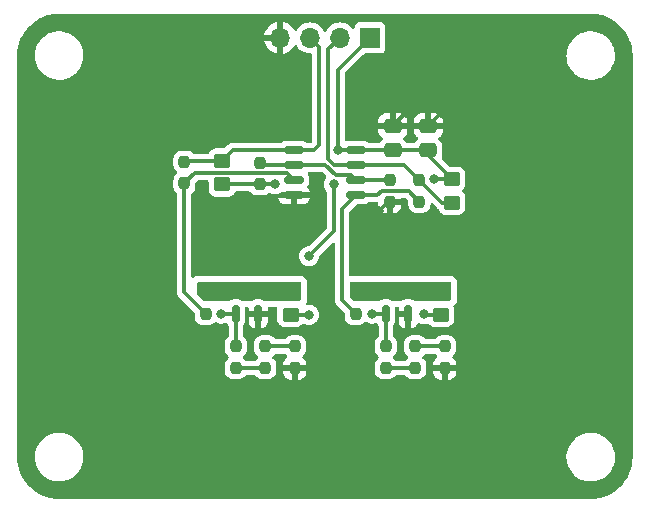
<source format=gbr>
%TF.GenerationSoftware,KiCad,Pcbnew,(6.0.2)*%
%TF.CreationDate,2022-03-01T12:56:46-05:00*%
%TF.ProjectId,shutter_tester,73687574-7465-4725-9f74-65737465722e,A*%
%TF.SameCoordinates,PX717cbc0PY57bcf00*%
%TF.FileFunction,Copper,L1,Top*%
%TF.FilePolarity,Positive*%
%FSLAX46Y46*%
G04 Gerber Fmt 4.6, Leading zero omitted, Abs format (unit mm)*
G04 Created by KiCad (PCBNEW (6.0.2)) date 2022-03-01 12:56:46*
%MOMM*%
%LPD*%
G01*
G04 APERTURE LIST*
G04 Aperture macros list*
%AMRoundRect*
0 Rectangle with rounded corners*
0 $1 Rounding radius*
0 $2 $3 $4 $5 $6 $7 $8 $9 X,Y pos of 4 corners*
0 Add a 4 corners polygon primitive as box body*
4,1,4,$2,$3,$4,$5,$6,$7,$8,$9,$2,$3,0*
0 Add four circle primitives for the rounded corners*
1,1,$1+$1,$2,$3*
1,1,$1+$1,$4,$5*
1,1,$1+$1,$6,$7*
1,1,$1+$1,$8,$9*
0 Add four rect primitives between the rounded corners*
20,1,$1+$1,$2,$3,$4,$5,0*
20,1,$1+$1,$4,$5,$6,$7,0*
20,1,$1+$1,$6,$7,$8,$9,0*
20,1,$1+$1,$8,$9,$2,$3,0*%
G04 Aperture macros list end*
%TA.AperFunction,SMDPad,CuDef*%
%ADD10RoundRect,0.249999X0.450001X-0.350001X0.450001X0.350001X-0.450001X0.350001X-0.450001X-0.350001X0*%
%TD*%
%TA.AperFunction,SMDPad,CuDef*%
%ADD11RoundRect,0.237500X0.237500X-0.250000X0.237500X0.250000X-0.237500X0.250000X-0.237500X-0.250000X0*%
%TD*%
%TA.AperFunction,SMDPad,CuDef*%
%ADD12RoundRect,0.150000X-0.675000X-0.150000X0.675000X-0.150000X0.675000X0.150000X-0.675000X0.150000X0*%
%TD*%
%TA.AperFunction,SMDPad,CuDef*%
%ADD13RoundRect,0.249999X-0.450001X0.350001X-0.450001X-0.350001X0.450001X-0.350001X0.450001X0.350001X0*%
%TD*%
%TA.AperFunction,SMDPad,CuDef*%
%ADD14RoundRect,0.237500X-0.237500X0.250000X-0.237500X-0.250000X0.237500X-0.250000X0.237500X0.250000X0*%
%TD*%
%TA.AperFunction,SMDPad,CuDef*%
%ADD15RoundRect,0.250000X0.475000X-0.337500X0.475000X0.337500X-0.475000X0.337500X-0.475000X-0.337500X0*%
%TD*%
%TA.AperFunction,SMDPad,CuDef*%
%ADD16RoundRect,0.150000X0.150000X-0.587500X0.150000X0.587500X-0.150000X0.587500X-0.150000X-0.587500X0*%
%TD*%
%TA.AperFunction,SMDPad,CuDef*%
%ADD17RoundRect,0.250000X0.450000X-0.350000X0.450000X0.350000X-0.450000X0.350000X-0.450000X-0.350000X0*%
%TD*%
%TA.AperFunction,ComponentPad*%
%ADD18R,1.700000X1.700000*%
%TD*%
%TA.AperFunction,ComponentPad*%
%ADD19O,1.700000X1.700000*%
%TD*%
%TA.AperFunction,ViaPad*%
%ADD20C,0.800000*%
%TD*%
%TA.AperFunction,Conductor*%
%ADD21C,0.300000*%
%TD*%
%TA.AperFunction,Conductor*%
%ADD22C,0.500000*%
%TD*%
G04 APERTURE END LIST*
D10*
%TO.P,R1,1*%
%TO.N,VCC*%
X24600000Y-26950000D03*
%TO.P,R1,2*%
%TO.N,Net-(Q1-Pad3)*%
X24600000Y-24950000D03*
%TD*%
D11*
%TO.P,R2,1*%
%TO.N,Net-(R2-Pad1)*%
X17400000Y-26862500D03*
%TO.P,R2,2*%
%TO.N,Net-(Q1-Pad3)*%
X17400000Y-25037500D03*
%TD*%
D12*
%TO.P,U1,1*%
%TO.N,/OUTPUT_1*%
X24875000Y-12995000D03*
%TO.P,U1,2,-*%
%TO.N,/Vtrig*%
X24875000Y-14265000D03*
%TO.P,U1,3,+*%
%TO.N,Net-(R2-Pad1)*%
X24875000Y-15535000D03*
%TO.P,U1,4,V-*%
%TO.N,GND*%
X24875000Y-16805000D03*
%TO.P,U1,5,+*%
%TO.N,Net-(R14-Pad1)*%
X30125000Y-16805000D03*
%TO.P,U1,6,_*%
%TO.N,/Vtrig*%
X30125000Y-15535000D03*
%TO.P,U1,7*%
%TO.N,/OUTPUT_2*%
X30125000Y-14265000D03*
%TO.P,U1,8,V+*%
%TO.N,VCC*%
X30125000Y-12995000D03*
%TD*%
D13*
%TO.P,R6,1*%
%TO.N,/OUTPUT_1*%
X18800000Y-13900000D03*
%TO.P,R6,2*%
%TO.N,VCC*%
X18800000Y-15900000D03*
%TD*%
D14*
%TO.P,R5,1*%
%TO.N,/OUTPUT_1*%
X15600000Y-13987500D03*
%TO.P,R5,2*%
%TO.N,Net-(R2-Pad1)*%
X15600000Y-15812500D03*
%TD*%
D11*
%TO.P,R3,1*%
%TO.N,VCC*%
X22000000Y-15912500D03*
%TO.P,R3,2*%
%TO.N,/Vtrig*%
X22000000Y-14087500D03*
%TD*%
D15*
%TO.P,C1,1*%
%TO.N,VCC*%
X36250000Y-13037500D03*
%TO.P,C1,2*%
%TO.N,GND*%
X36250000Y-10962500D03*
%TD*%
D14*
%TO.P,R4,1*%
%TO.N,/Vtrig*%
X33000000Y-15537500D03*
%TO.P,R4,2*%
%TO.N,GND*%
X33000000Y-17362500D03*
%TD*%
%TO.P,R7,1*%
%TO.N,Net-(D1-Pad2)*%
X19950000Y-29637500D03*
%TO.P,R7,2*%
%TO.N,Net-(R7-Pad2)*%
X19950000Y-31462500D03*
%TD*%
D11*
%TO.P,R8,1*%
%TO.N,Net-(R7-Pad2)*%
X22450000Y-31462500D03*
%TO.P,R8,2*%
%TO.N,Net-(R8-Pad2)*%
X22450000Y-29637500D03*
%TD*%
%TO.P,R11,1*%
%TO.N,Net-(R10-Pad2)*%
X35150000Y-31462500D03*
%TO.P,R11,2*%
%TO.N,Net-(R11-Pad2)*%
X35150000Y-29637500D03*
%TD*%
D14*
%TO.P,R9,1*%
%TO.N,Net-(R8-Pad2)*%
X24950000Y-29637500D03*
%TO.P,R9,2*%
%TO.N,GND*%
X24950000Y-31462500D03*
%TD*%
D15*
%TO.P,C2,1*%
%TO.N,VCC*%
X33250000Y-13037500D03*
%TO.P,C2,2*%
%TO.N,GND*%
X33250000Y-10962500D03*
%TD*%
D14*
%TO.P,R12,1*%
%TO.N,Net-(R11-Pad2)*%
X37650000Y-29637500D03*
%TO.P,R12,2*%
%TO.N,GND*%
X37650000Y-31462500D03*
%TD*%
D16*
%TO.P,Q1,1,B*%
%TO.N,Net-(D1-Pad2)*%
X19950000Y-26887500D03*
%TO.P,Q1,2,E*%
%TO.N,GND*%
X21850000Y-26887500D03*
%TO.P,Q1,3,C*%
%TO.N,Net-(Q1-Pad3)*%
X20900000Y-25012500D03*
%TD*%
%TO.P,Q2,1,B*%
%TO.N,Net-(D2-Pad2)*%
X32650000Y-26887500D03*
%TO.P,Q2,2,E*%
%TO.N,GND*%
X34550000Y-26887500D03*
%TO.P,Q2,3,C*%
%TO.N,Net-(Q2-Pad3)*%
X33600000Y-25012500D03*
%TD*%
D17*
%TO.P,R13,1*%
%TO.N,VCC*%
X37300000Y-26950000D03*
%TO.P,R13,2*%
%TO.N,Net-(Q2-Pad3)*%
X37300000Y-24950000D03*
%TD*%
D18*
%TO.P,J1,1,Pin_1*%
%TO.N,VCC*%
X31320000Y-3500000D03*
D19*
%TO.P,J1,2,Pin_2*%
%TO.N,/OUTPUT_2*%
X28780000Y-3500000D03*
%TO.P,J1,3,Pin_3*%
%TO.N,/OUTPUT_1*%
X26240000Y-3500000D03*
%TO.P,J1,4,Pin_4*%
%TO.N,GND*%
X23700000Y-3500000D03*
%TD*%
D14*
%TO.P,R17,1*%
%TO.N,/OUTPUT_2*%
X35500000Y-15537500D03*
%TO.P,R17,2*%
%TO.N,Net-(R14-Pad1)*%
X35500000Y-17362500D03*
%TD*%
D17*
%TO.P,R18,1*%
%TO.N,/OUTPUT_2*%
X38250000Y-17450000D03*
%TO.P,R18,2*%
%TO.N,VCC*%
X38250000Y-15450000D03*
%TD*%
D14*
%TO.P,R10,1*%
%TO.N,Net-(D2-Pad2)*%
X32650000Y-29637500D03*
%TO.P,R10,2*%
%TO.N,Net-(R10-Pad2)*%
X32650000Y-31462500D03*
%TD*%
D11*
%TO.P,R14,1*%
%TO.N,Net-(R14-Pad1)*%
X30100000Y-26862500D03*
%TO.P,R14,2*%
%TO.N,Net-(Q2-Pad3)*%
X30100000Y-25037500D03*
%TD*%
D20*
%TO.N,GND*%
X34550000Y-28400000D03*
X21850000Y-28400000D03*
X39150000Y-31450000D03*
X37300000Y-9900000D03*
X26550000Y-31450000D03*
X34400000Y-9900000D03*
X32050000Y-18150000D03*
X26800000Y-16800000D03*
%TO.N,VCC*%
X28600000Y-13000000D03*
X35850000Y-26900000D03*
X36700000Y-15450000D03*
X28250000Y-15900000D03*
X26150000Y-26950000D03*
X26150000Y-22000000D03*
X23250000Y-15900000D03*
%TO.N,Net-(D1-Pad2)*%
X18700000Y-26850000D03*
%TO.N,Net-(D2-Pad2)*%
X31500000Y-26850000D03*
%TD*%
D21*
%TO.N,GND*%
X36250000Y-10962500D02*
X36250000Y-10950000D01*
X33250000Y-10962500D02*
X34312500Y-9900000D01*
X33000000Y-17362500D02*
X32837500Y-17362500D01*
X26795000Y-16805000D02*
X26800000Y-16800000D01*
X21850000Y-26887500D02*
X21850000Y-28400000D01*
X36250000Y-10950000D02*
X37300000Y-9900000D01*
X26537500Y-31462500D02*
X26550000Y-31450000D01*
X37650000Y-31462500D02*
X39137500Y-31462500D01*
X32837500Y-17362500D02*
X32050000Y-18150000D01*
X34550000Y-26887500D02*
X34550000Y-28400000D01*
X39137500Y-31462500D02*
X39150000Y-31450000D01*
X34312500Y-9900000D02*
X34400000Y-9900000D01*
X24950000Y-31462500D02*
X26537500Y-31462500D01*
X24875000Y-16805000D02*
X26795000Y-16805000D01*
%TO.N,VCC*%
X37300000Y-26950000D02*
X35900000Y-26950000D01*
X18812500Y-15912500D02*
X18800000Y-15900000D01*
X30125000Y-12995000D02*
X28605000Y-12995000D01*
X23250000Y-15900000D02*
X22012500Y-15900000D01*
D22*
X30130000Y-13000000D02*
X30125000Y-12995000D01*
D21*
X22012500Y-15900000D02*
X22000000Y-15912500D01*
X30167500Y-13037500D02*
X30125000Y-12995000D01*
X38250000Y-15450000D02*
X36250000Y-13450000D01*
X24600000Y-26950000D02*
X26150000Y-26950000D01*
X33250000Y-13037500D02*
X30167500Y-13037500D01*
X28600000Y-6220000D02*
X31320000Y-3500000D01*
X35900000Y-26950000D02*
X35850000Y-26900000D01*
X36700000Y-15450000D02*
X38250000Y-15450000D01*
X22000000Y-15912500D02*
X18812500Y-15912500D01*
X28250000Y-19900000D02*
X28250000Y-15900000D01*
X28605000Y-12995000D02*
X28600000Y-13000000D01*
X28600000Y-13000000D02*
X28600000Y-6220000D01*
X36250000Y-13450000D02*
X36250000Y-13037500D01*
X26150000Y-22000000D02*
X28250000Y-19900000D01*
X36250000Y-13037500D02*
X33250000Y-13037500D01*
%TO.N,Net-(D1-Pad2)*%
X19950000Y-26887500D02*
X18737500Y-26887500D01*
X18737500Y-26887500D02*
X18700000Y-26850000D01*
X19950000Y-26887500D02*
X19950000Y-29637500D01*
%TO.N,Net-(R2-Pad1)*%
X16462020Y-14950480D02*
X15600000Y-15812500D01*
X24875000Y-15535000D02*
X24290480Y-14950480D01*
X24290480Y-14950480D02*
X16462020Y-14950480D01*
X17400000Y-26862500D02*
X15600000Y-25062500D01*
X15600000Y-25062500D02*
X15600000Y-15812500D01*
%TO.N,Net-(D2-Pad2)*%
X32650000Y-26887500D02*
X31537500Y-26887500D01*
X31537500Y-26887500D02*
X31500000Y-26850000D01*
X32650000Y-26887500D02*
X32650000Y-29637500D01*
%TO.N,/OUTPUT_1*%
X26605000Y-12995000D02*
X27000000Y-12600000D01*
X24875000Y-12995000D02*
X19705000Y-12995000D01*
X19705000Y-12995000D02*
X18800000Y-13900000D01*
X27000000Y-4260000D02*
X26240000Y-3500000D01*
X18800000Y-13900000D02*
X15687500Y-13900000D01*
X15687500Y-13900000D02*
X15600000Y-13987500D01*
X24875000Y-12995000D02*
X26605000Y-12995000D01*
X27000000Y-12600000D02*
X27000000Y-4260000D01*
%TO.N,/OUTPUT_2*%
X28265000Y-14265000D02*
X27800000Y-13800000D01*
X30125000Y-14265000D02*
X28265000Y-14265000D01*
X37412500Y-17450000D02*
X35500000Y-15537500D01*
X38250000Y-17450000D02*
X37412500Y-17450000D01*
X30125000Y-14265000D02*
X34227500Y-14265000D01*
X27800000Y-13800000D02*
X27800000Y-4480000D01*
X27800000Y-4480000D02*
X28780000Y-3500000D01*
X34227500Y-14265000D02*
X35500000Y-15537500D01*
%TO.N,/Vtrig*%
X30125000Y-15535000D02*
X29740499Y-15150499D01*
X22177500Y-14265000D02*
X22000000Y-14087500D01*
X28410455Y-15150499D02*
X27524956Y-14265000D01*
X30125000Y-15535000D02*
X32997500Y-15535000D01*
X32997500Y-15535000D02*
X33000000Y-15537500D01*
X27524956Y-14265000D02*
X24875000Y-14265000D01*
X24875000Y-14265000D02*
X22177500Y-14265000D01*
X29740499Y-15150499D02*
X28410455Y-15150499D01*
%TO.N,Net-(R7-Pad2)*%
X19950000Y-31462500D02*
X22450000Y-31462500D01*
%TO.N,Net-(R8-Pad2)*%
X22450000Y-29637500D02*
X24950000Y-29637500D01*
%TO.N,Net-(R10-Pad2)*%
X35150000Y-31462500D02*
X32650000Y-31462500D01*
%TO.N,Net-(R11-Pad2)*%
X35150000Y-29637500D02*
X37650000Y-29637500D01*
%TO.N,Net-(R14-Pad1)*%
X30100000Y-26862500D02*
X28950000Y-25712500D01*
X28950000Y-25712500D02*
X28950000Y-18000000D01*
X32300000Y-16450000D02*
X31945000Y-16805000D01*
X31945000Y-16805000D02*
X30125000Y-16805000D01*
X34587500Y-16450000D02*
X32300000Y-16450000D01*
X35500000Y-17362500D02*
X34587500Y-16450000D01*
X30125000Y-16825000D02*
X30125000Y-16805000D01*
X28950000Y-18000000D02*
X30125000Y-16825000D01*
%TD*%
%TA.AperFunction,Conductor*%
%TO.N,GND*%
G36*
X49974581Y-1451500D02*
G01*
X49985573Y-1453212D01*
X49985577Y-1453212D01*
X49994446Y-1454593D01*
X50003348Y-1453429D01*
X50003350Y-1453429D01*
X50006944Y-1452959D01*
X50010277Y-1452523D01*
X50032793Y-1451611D01*
X50341783Y-1466791D01*
X50354079Y-1468001D01*
X50686447Y-1517304D01*
X50698569Y-1519714D01*
X50794366Y-1543710D01*
X51024505Y-1601358D01*
X51036337Y-1604947D01*
X51352698Y-1718143D01*
X51364122Y-1722875D01*
X51531937Y-1802245D01*
X51633703Y-1850377D01*
X51667864Y-1866534D01*
X51678769Y-1872363D01*
X51966968Y-2045103D01*
X51977249Y-2051973D01*
X52247124Y-2252126D01*
X52256682Y-2259970D01*
X52505642Y-2485614D01*
X52514386Y-2494358D01*
X52740030Y-2743318D01*
X52747874Y-2752876D01*
X52948027Y-3022751D01*
X52954897Y-3033032D01*
X53008343Y-3122201D01*
X53080512Y-3242607D01*
X53127637Y-3321231D01*
X53133466Y-3332136D01*
X53277125Y-3635878D01*
X53281857Y-3647302D01*
X53395053Y-3963663D01*
X53398642Y-3975495D01*
X53480285Y-4301428D01*
X53482696Y-4313553D01*
X53530942Y-4638794D01*
X53531998Y-4645916D01*
X53533209Y-4658215D01*
X53548060Y-4960504D01*
X53546804Y-4984312D01*
X53546789Y-4985573D01*
X53545407Y-4994446D01*
X53546571Y-5003348D01*
X53546571Y-5003351D01*
X53548936Y-5021434D01*
X53550000Y-5037771D01*
X53550000Y-38955196D01*
X53548500Y-38974581D01*
X53546788Y-38985573D01*
X53546788Y-38985577D01*
X53545407Y-38994446D01*
X53546571Y-39003348D01*
X53546571Y-39003350D01*
X53547477Y-39010274D01*
X53548389Y-39032794D01*
X53533210Y-39341778D01*
X53531999Y-39354079D01*
X53482697Y-39686444D01*
X53480285Y-39698572D01*
X53398642Y-40024505D01*
X53395053Y-40036337D01*
X53281857Y-40352698D01*
X53277125Y-40364122D01*
X53133466Y-40667864D01*
X53127637Y-40678769D01*
X52954897Y-40966968D01*
X52948027Y-40977249D01*
X52747874Y-41247124D01*
X52740030Y-41256682D01*
X52514386Y-41505642D01*
X52505642Y-41514386D01*
X52256682Y-41740030D01*
X52247124Y-41747874D01*
X51977249Y-41948027D01*
X51966968Y-41954897D01*
X51678769Y-42127637D01*
X51667868Y-42133464D01*
X51531937Y-42197755D01*
X51364122Y-42277125D01*
X51352698Y-42281857D01*
X51036337Y-42395053D01*
X51024505Y-42398642D01*
X50794366Y-42456290D01*
X50698569Y-42480286D01*
X50686447Y-42482696D01*
X50354079Y-42531999D01*
X50341785Y-42533209D01*
X50039496Y-42548060D01*
X50015688Y-42546804D01*
X50014427Y-42546789D01*
X50005554Y-42545407D01*
X49996652Y-42546571D01*
X49996649Y-42546571D01*
X49978566Y-42548936D01*
X49962229Y-42550000D01*
X5044804Y-42550000D01*
X5025419Y-42548500D01*
X5014427Y-42546788D01*
X5014423Y-42546788D01*
X5005554Y-42545407D01*
X4996652Y-42546571D01*
X4996650Y-42546571D01*
X4993056Y-42547041D01*
X4989723Y-42547477D01*
X4967207Y-42548389D01*
X4658217Y-42533209D01*
X4645921Y-42531999D01*
X4313553Y-42482696D01*
X4301431Y-42480286D01*
X4205634Y-42456290D01*
X3975495Y-42398642D01*
X3963663Y-42395053D01*
X3647302Y-42281857D01*
X3635878Y-42277125D01*
X3468063Y-42197755D01*
X3332132Y-42133464D01*
X3321231Y-42127637D01*
X3033032Y-41954897D01*
X3022751Y-41948027D01*
X2752876Y-41747874D01*
X2743318Y-41740030D01*
X2494358Y-41514386D01*
X2485614Y-41505642D01*
X2259970Y-41256682D01*
X2252126Y-41247124D01*
X2051973Y-40977249D01*
X2045103Y-40966968D01*
X1872363Y-40678769D01*
X1866534Y-40667864D01*
X1722875Y-40364122D01*
X1718143Y-40352698D01*
X1604947Y-40036337D01*
X1601358Y-40024505D01*
X1519715Y-39698572D01*
X1517303Y-39686444D01*
X1468001Y-39354079D01*
X1466790Y-39341778D01*
X1452107Y-39042888D01*
X1453409Y-39020764D01*
X1453249Y-39020750D01*
X1453684Y-39015907D01*
X1454491Y-39011108D01*
X1454627Y-39000000D01*
X1451273Y-38976580D01*
X1450000Y-38958718D01*
X1450000Y-38928264D01*
X2945745Y-38928264D01*
X2945898Y-38932652D01*
X2945898Y-38932658D01*
X2950908Y-39076105D01*
X2955753Y-39214859D01*
X2956515Y-39219182D01*
X2956516Y-39219189D01*
X2980302Y-39354084D01*
X3005550Y-39497272D01*
X3006905Y-39501443D01*
X3006907Y-39501450D01*
X3048972Y-39630912D01*
X3094167Y-39770006D01*
X3219879Y-40027753D01*
X3380238Y-40265496D01*
X3572125Y-40478608D01*
X3791803Y-40662940D01*
X4034998Y-40814905D01*
X4296975Y-40931545D01*
X4572636Y-41010589D01*
X4576986Y-41011200D01*
X4576989Y-41011201D01*
X4681342Y-41025867D01*
X4856615Y-41050500D01*
X5071604Y-41050500D01*
X5073790Y-41050347D01*
X5073794Y-41050347D01*
X5281686Y-41035810D01*
X5281691Y-41035809D01*
X5286071Y-41035503D01*
X5290365Y-41034590D01*
X5290367Y-41034590D01*
X5408984Y-41009377D01*
X5566575Y-40975880D01*
X5570706Y-40974376D01*
X5570711Y-40974375D01*
X5719135Y-40920353D01*
X5836050Y-40877799D01*
X5954337Y-40814905D01*
X6085361Y-40745239D01*
X6085367Y-40745235D01*
X6089253Y-40743169D01*
X6092813Y-40740582D01*
X6092817Y-40740580D01*
X6317691Y-40577199D01*
X6317694Y-40577197D01*
X6321254Y-40574610D01*
X6324421Y-40571552D01*
X6524374Y-40378460D01*
X6524378Y-40378455D01*
X6527539Y-40375403D01*
X6610853Y-40268767D01*
X6701381Y-40152896D01*
X6704093Y-40149425D01*
X6769384Y-40036337D01*
X6845276Y-39904888D01*
X6845278Y-39904883D01*
X6847477Y-39901075D01*
X6954903Y-39635187D01*
X7024279Y-39356935D01*
X7054255Y-39071736D01*
X7053248Y-39042888D01*
X7049245Y-38928264D01*
X47945745Y-38928264D01*
X47945898Y-38932652D01*
X47945898Y-38932658D01*
X47950908Y-39076105D01*
X47955753Y-39214859D01*
X47956515Y-39219182D01*
X47956516Y-39219189D01*
X47980302Y-39354084D01*
X48005550Y-39497272D01*
X48006905Y-39501443D01*
X48006907Y-39501450D01*
X48048972Y-39630912D01*
X48094167Y-39770006D01*
X48219879Y-40027753D01*
X48380238Y-40265496D01*
X48572125Y-40478608D01*
X48791803Y-40662940D01*
X49034998Y-40814905D01*
X49296975Y-40931545D01*
X49572636Y-41010589D01*
X49576986Y-41011200D01*
X49576989Y-41011201D01*
X49681342Y-41025867D01*
X49856615Y-41050500D01*
X50071604Y-41050500D01*
X50073790Y-41050347D01*
X50073794Y-41050347D01*
X50281686Y-41035810D01*
X50281691Y-41035809D01*
X50286071Y-41035503D01*
X50290365Y-41034590D01*
X50290367Y-41034590D01*
X50408984Y-41009377D01*
X50566575Y-40975880D01*
X50570706Y-40974376D01*
X50570711Y-40974375D01*
X50719135Y-40920353D01*
X50836050Y-40877799D01*
X50954337Y-40814905D01*
X51085361Y-40745239D01*
X51085367Y-40745235D01*
X51089253Y-40743169D01*
X51092813Y-40740582D01*
X51092817Y-40740580D01*
X51317691Y-40577199D01*
X51317694Y-40577197D01*
X51321254Y-40574610D01*
X51324421Y-40571552D01*
X51524374Y-40378460D01*
X51524378Y-40378455D01*
X51527539Y-40375403D01*
X51610853Y-40268767D01*
X51701381Y-40152896D01*
X51704093Y-40149425D01*
X51769384Y-40036337D01*
X51845276Y-39904888D01*
X51845278Y-39904883D01*
X51847477Y-39901075D01*
X51954903Y-39635187D01*
X52024279Y-39356935D01*
X52054255Y-39071736D01*
X52053248Y-39042888D01*
X52044401Y-38789538D01*
X52044400Y-38789532D01*
X52044247Y-38785141D01*
X52019967Y-38647439D01*
X51995212Y-38507051D01*
X51994450Y-38502728D01*
X51993095Y-38498557D01*
X51993093Y-38498550D01*
X51907194Y-38234184D01*
X51905833Y-38229994D01*
X51780121Y-37972247D01*
X51619762Y-37734504D01*
X51427875Y-37521392D01*
X51208197Y-37337060D01*
X50965002Y-37185095D01*
X50703025Y-37068455D01*
X50427364Y-36989411D01*
X50423014Y-36988800D01*
X50423011Y-36988799D01*
X50318658Y-36974133D01*
X50143385Y-36949500D01*
X49928396Y-36949500D01*
X49926210Y-36949653D01*
X49926206Y-36949653D01*
X49718314Y-36964190D01*
X49718309Y-36964191D01*
X49713929Y-36964497D01*
X49709635Y-36965410D01*
X49709633Y-36965410D01*
X49599597Y-36988799D01*
X49433425Y-37024120D01*
X49429294Y-37025624D01*
X49429289Y-37025625D01*
X49311616Y-37068455D01*
X49163950Y-37122201D01*
X49160063Y-37124268D01*
X48914639Y-37254761D01*
X48914633Y-37254765D01*
X48910747Y-37256831D01*
X48907187Y-37259418D01*
X48907183Y-37259420D01*
X48796429Y-37339888D01*
X48678746Y-37425390D01*
X48675582Y-37428446D01*
X48675579Y-37428448D01*
X48475626Y-37621540D01*
X48475622Y-37621545D01*
X48472461Y-37624597D01*
X48469754Y-37628062D01*
X48469752Y-37628064D01*
X48386592Y-37734504D01*
X48295907Y-37850575D01*
X48293704Y-37854391D01*
X48227765Y-37968602D01*
X48152523Y-38098925D01*
X48045097Y-38364813D01*
X47975721Y-38643065D01*
X47945745Y-38928264D01*
X7049245Y-38928264D01*
X7044401Y-38789538D01*
X7044400Y-38789532D01*
X7044247Y-38785141D01*
X7019967Y-38647439D01*
X6995212Y-38507051D01*
X6994450Y-38502728D01*
X6993095Y-38498557D01*
X6993093Y-38498550D01*
X6907194Y-38234184D01*
X6905833Y-38229994D01*
X6780121Y-37972247D01*
X6619762Y-37734504D01*
X6427875Y-37521392D01*
X6208197Y-37337060D01*
X5965002Y-37185095D01*
X5703025Y-37068455D01*
X5427364Y-36989411D01*
X5423014Y-36988800D01*
X5423011Y-36988799D01*
X5318658Y-36974133D01*
X5143385Y-36949500D01*
X4928396Y-36949500D01*
X4926210Y-36949653D01*
X4926206Y-36949653D01*
X4718314Y-36964190D01*
X4718309Y-36964191D01*
X4713929Y-36964497D01*
X4709635Y-36965410D01*
X4709633Y-36965410D01*
X4599597Y-36988799D01*
X4433425Y-37024120D01*
X4429294Y-37025624D01*
X4429289Y-37025625D01*
X4311616Y-37068455D01*
X4163950Y-37122201D01*
X4160063Y-37124268D01*
X3914639Y-37254761D01*
X3914633Y-37254765D01*
X3910747Y-37256831D01*
X3907187Y-37259418D01*
X3907183Y-37259420D01*
X3796429Y-37339888D01*
X3678746Y-37425390D01*
X3675582Y-37428446D01*
X3675579Y-37428448D01*
X3475626Y-37621540D01*
X3475622Y-37621545D01*
X3472461Y-37624597D01*
X3469754Y-37628062D01*
X3469752Y-37628064D01*
X3386592Y-37734504D01*
X3295907Y-37850575D01*
X3293704Y-37854391D01*
X3227765Y-37968602D01*
X3152523Y-38098925D01*
X3045097Y-38364813D01*
X2975721Y-38643065D01*
X2945745Y-38928264D01*
X1450000Y-38928264D01*
X1450000Y-15507507D01*
X14674500Y-15507507D01*
X14674501Y-16117492D01*
X14674764Y-16120350D01*
X14674764Y-16120359D01*
X14676155Y-16135500D01*
X14681052Y-16188799D01*
X14683051Y-16195177D01*
X14683051Y-16195178D01*
X14716871Y-16303096D01*
X14730849Y-16347701D01*
X14817112Y-16490139D01*
X14934861Y-16607888D01*
X14941357Y-16611822D01*
X14947339Y-16616513D01*
X14946026Y-16618188D01*
X14986682Y-16662663D01*
X14999500Y-16718033D01*
X14999500Y-25014881D01*
X14998422Y-25031327D01*
X14994318Y-25062500D01*
X14999500Y-25101861D01*
X15014956Y-25219262D01*
X15075464Y-25365341D01*
X15171718Y-25490782D01*
X15178264Y-25495805D01*
X15196671Y-25509929D01*
X15209062Y-25520797D01*
X16437595Y-26749330D01*
X16471621Y-26811642D01*
X16474500Y-26838425D01*
X16474501Y-27167492D01*
X16481052Y-27238799D01*
X16483051Y-27245177D01*
X16483051Y-27245178D01*
X16516871Y-27353096D01*
X16530849Y-27397701D01*
X16617112Y-27540139D01*
X16734861Y-27657888D01*
X16877299Y-27744151D01*
X16884546Y-27746422D01*
X16884548Y-27746423D01*
X16929925Y-27760643D01*
X17036201Y-27793948D01*
X17107507Y-27800500D01*
X17110405Y-27800500D01*
X17400758Y-27800499D01*
X17692492Y-27800499D01*
X17695350Y-27800236D01*
X17695359Y-27800236D01*
X17730101Y-27797044D01*
X17763799Y-27793948D01*
X17794292Y-27784392D01*
X17915452Y-27746423D01*
X17915454Y-27746422D01*
X17922701Y-27744151D01*
X18065139Y-27657888D01*
X18115795Y-27607232D01*
X18178107Y-27573206D01*
X18248922Y-27578271D01*
X18267411Y-27586982D01*
X18272407Y-27590612D01*
X18278432Y-27593295D01*
X18278433Y-27593295D01*
X18416451Y-27654744D01*
X18435733Y-27663329D01*
X18523171Y-27681914D01*
X18604152Y-27699128D01*
X18604156Y-27699128D01*
X18610609Y-27700500D01*
X18789391Y-27700500D01*
X18795844Y-27699128D01*
X18795848Y-27699128D01*
X18876829Y-27681914D01*
X18964267Y-27663329D01*
X18983550Y-27654744D01*
X19005563Y-27644943D01*
X19068803Y-27616787D01*
X19139169Y-27607353D01*
X19203466Y-27637459D01*
X19236459Y-27683674D01*
X19275464Y-27777841D01*
X19287823Y-27793948D01*
X19323463Y-27840395D01*
X19349063Y-27906616D01*
X19349500Y-27917099D01*
X19349500Y-28731967D01*
X19329498Y-28800088D01*
X19296413Y-28832306D01*
X19297339Y-28833487D01*
X19291357Y-28838178D01*
X19284861Y-28842112D01*
X19167112Y-28959861D01*
X19080849Y-29102299D01*
X19031052Y-29261201D01*
X19024500Y-29332507D01*
X19024501Y-29942492D01*
X19024764Y-29945350D01*
X19024764Y-29945359D01*
X19027956Y-29980101D01*
X19031052Y-30013799D01*
X19080849Y-30172701D01*
X19167112Y-30315139D01*
X19284861Y-30432888D01*
X19300277Y-30442224D01*
X19348183Y-30494620D01*
X19360157Y-30564600D01*
X19332397Y-30629944D01*
X19300278Y-30657775D01*
X19284861Y-30667112D01*
X19167112Y-30784861D01*
X19080849Y-30927299D01*
X19031052Y-31086201D01*
X19024500Y-31157507D01*
X19024501Y-31767492D01*
X19024764Y-31770350D01*
X19024764Y-31770359D01*
X19027956Y-31805101D01*
X19031052Y-31838799D01*
X19033051Y-31845177D01*
X19033051Y-31845178D01*
X19041217Y-31871234D01*
X19080849Y-31997701D01*
X19167112Y-32140139D01*
X19284861Y-32257888D01*
X19427299Y-32344151D01*
X19434546Y-32346422D01*
X19434548Y-32346423D01*
X19498965Y-32366610D01*
X19586201Y-32393948D01*
X19657507Y-32400500D01*
X19660405Y-32400500D01*
X19950758Y-32400499D01*
X20242492Y-32400499D01*
X20245350Y-32400236D01*
X20245359Y-32400236D01*
X20280101Y-32397044D01*
X20313799Y-32393948D01*
X20331672Y-32388347D01*
X20465452Y-32346423D01*
X20465454Y-32346422D01*
X20472701Y-32344151D01*
X20615139Y-32257888D01*
X20732888Y-32140139D01*
X20742826Y-32123729D01*
X20795222Y-32075823D01*
X20850602Y-32063000D01*
X21549398Y-32063000D01*
X21617519Y-32083002D01*
X21657173Y-32123728D01*
X21667112Y-32140139D01*
X21784861Y-32257888D01*
X21927299Y-32344151D01*
X21934546Y-32346422D01*
X21934548Y-32346423D01*
X21998965Y-32366610D01*
X22086201Y-32393948D01*
X22157507Y-32400500D01*
X22160405Y-32400500D01*
X22450758Y-32400499D01*
X22742492Y-32400499D01*
X22745350Y-32400236D01*
X22745359Y-32400236D01*
X22780101Y-32397044D01*
X22813799Y-32393948D01*
X22831672Y-32388347D01*
X22965452Y-32346423D01*
X22965454Y-32346422D01*
X22972701Y-32344151D01*
X23115139Y-32257888D01*
X23232888Y-32140139D01*
X23319151Y-31997701D01*
X23368948Y-31838799D01*
X23375500Y-31767493D01*
X23375500Y-31758766D01*
X23967000Y-31758766D01*
X23967337Y-31765282D01*
X23977075Y-31859132D01*
X23979968Y-31872528D01*
X24030488Y-32023953D01*
X24036653Y-32037115D01*
X24120426Y-32172492D01*
X24129460Y-32183890D01*
X24242129Y-32296363D01*
X24253540Y-32305375D01*
X24389063Y-32388912D01*
X24402241Y-32395056D01*
X24553766Y-32445315D01*
X24567132Y-32448181D01*
X24659770Y-32457672D01*
X24666185Y-32458000D01*
X24677885Y-32458000D01*
X24693124Y-32453525D01*
X24694329Y-32452135D01*
X24696000Y-32444452D01*
X24696000Y-32439885D01*
X25204000Y-32439885D01*
X25208475Y-32455124D01*
X25209865Y-32456329D01*
X25217548Y-32458000D01*
X25233766Y-32458000D01*
X25240282Y-32457663D01*
X25334132Y-32447925D01*
X25347528Y-32445032D01*
X25498953Y-32394512D01*
X25512115Y-32388347D01*
X25647492Y-32304574D01*
X25658890Y-32295540D01*
X25771363Y-32182871D01*
X25780375Y-32171460D01*
X25863912Y-32035937D01*
X25870056Y-32022759D01*
X25920315Y-31871234D01*
X25923181Y-31857868D01*
X25932672Y-31765230D01*
X25933000Y-31758815D01*
X25933000Y-31734615D01*
X25928525Y-31719376D01*
X25927135Y-31718171D01*
X25919452Y-31716500D01*
X25222115Y-31716500D01*
X25206876Y-31720975D01*
X25205671Y-31722365D01*
X25204000Y-31730048D01*
X25204000Y-32439885D01*
X24696000Y-32439885D01*
X24696000Y-31734615D01*
X24691525Y-31719376D01*
X24690135Y-31718171D01*
X24682452Y-31716500D01*
X23985115Y-31716500D01*
X23969876Y-31720975D01*
X23968671Y-31722365D01*
X23967000Y-31730048D01*
X23967000Y-31758766D01*
X23375500Y-31758766D01*
X23375499Y-31157508D01*
X23375234Y-31154616D01*
X23369559Y-31092855D01*
X23368948Y-31086201D01*
X23362576Y-31065868D01*
X23321423Y-30934548D01*
X23321422Y-30934546D01*
X23319151Y-30927299D01*
X23232888Y-30784861D01*
X23115139Y-30667112D01*
X23099723Y-30657776D01*
X23051817Y-30605380D01*
X23039843Y-30535400D01*
X23067603Y-30470056D01*
X23099722Y-30442225D01*
X23115139Y-30432888D01*
X23232888Y-30315139D01*
X23242826Y-30298729D01*
X23295222Y-30250823D01*
X23350602Y-30238000D01*
X24049398Y-30238000D01*
X24117519Y-30258002D01*
X24157173Y-30298728D01*
X24167112Y-30315139D01*
X24275831Y-30423858D01*
X24309857Y-30486170D01*
X24304792Y-30556985D01*
X24262245Y-30613821D01*
X24253042Y-30620096D01*
X24252507Y-30620427D01*
X24241110Y-30629460D01*
X24128637Y-30742129D01*
X24119625Y-30753540D01*
X24036088Y-30889063D01*
X24029944Y-30902241D01*
X23979685Y-31053766D01*
X23976819Y-31067132D01*
X23967328Y-31159770D01*
X23967000Y-31166185D01*
X23967000Y-31190385D01*
X23971475Y-31205624D01*
X23972865Y-31206829D01*
X23980548Y-31208500D01*
X25914885Y-31208500D01*
X25930124Y-31204025D01*
X25931329Y-31202635D01*
X25933000Y-31194952D01*
X25933000Y-31166234D01*
X25932663Y-31159718D01*
X25922925Y-31065868D01*
X25920032Y-31052472D01*
X25869512Y-30901047D01*
X25863347Y-30887885D01*
X25779574Y-30752508D01*
X25770540Y-30741110D01*
X25657871Y-30628637D01*
X25640715Y-30615088D01*
X25641657Y-30613895D01*
X25599759Y-30567347D01*
X25588331Y-30497276D01*
X25616601Y-30432151D01*
X25624270Y-30423757D01*
X25732888Y-30315139D01*
X25819151Y-30172701D01*
X25868948Y-30013799D01*
X25875500Y-29942493D01*
X25875499Y-29332508D01*
X25875234Y-29329616D01*
X25869559Y-29267855D01*
X25868948Y-29261201D01*
X25819151Y-29102299D01*
X25732888Y-28959861D01*
X25615139Y-28842112D01*
X25472701Y-28755849D01*
X25465454Y-28753578D01*
X25465452Y-28753577D01*
X25396494Y-28731967D01*
X25313799Y-28706052D01*
X25242493Y-28699500D01*
X25239595Y-28699500D01*
X24949242Y-28699501D01*
X24657508Y-28699501D01*
X24654650Y-28699764D01*
X24654641Y-28699764D01*
X24619899Y-28702956D01*
X24586201Y-28706052D01*
X24579823Y-28708051D01*
X24579822Y-28708051D01*
X24434548Y-28753577D01*
X24434546Y-28753578D01*
X24427299Y-28755849D01*
X24284861Y-28842112D01*
X24167112Y-28959861D01*
X24157174Y-28976271D01*
X24104778Y-29024177D01*
X24049398Y-29037000D01*
X23350602Y-29037000D01*
X23282481Y-29016998D01*
X23242827Y-28976272D01*
X23232888Y-28959861D01*
X23115139Y-28842112D01*
X22972701Y-28755849D01*
X22965454Y-28753578D01*
X22965452Y-28753577D01*
X22896494Y-28731967D01*
X22813799Y-28706052D01*
X22742493Y-28699500D01*
X22739595Y-28699500D01*
X22449242Y-28699501D01*
X22157508Y-28699501D01*
X22154650Y-28699764D01*
X22154641Y-28699764D01*
X22119899Y-28702956D01*
X22086201Y-28706052D01*
X22079823Y-28708051D01*
X22079822Y-28708051D01*
X21934548Y-28753577D01*
X21934546Y-28753578D01*
X21927299Y-28755849D01*
X21784861Y-28842112D01*
X21667112Y-28959861D01*
X21580849Y-29102299D01*
X21531052Y-29261201D01*
X21524500Y-29332507D01*
X21524501Y-29942492D01*
X21524764Y-29945350D01*
X21524764Y-29945359D01*
X21527956Y-29980101D01*
X21531052Y-30013799D01*
X21580849Y-30172701D01*
X21667112Y-30315139D01*
X21784861Y-30432888D01*
X21800277Y-30442224D01*
X21848183Y-30494620D01*
X21860157Y-30564600D01*
X21832397Y-30629944D01*
X21800278Y-30657775D01*
X21784861Y-30667112D01*
X21667112Y-30784861D01*
X21657174Y-30801271D01*
X21604778Y-30849177D01*
X21549398Y-30862000D01*
X20850602Y-30862000D01*
X20782481Y-30841998D01*
X20742827Y-30801272D01*
X20732888Y-30784861D01*
X20615139Y-30667112D01*
X20599723Y-30657776D01*
X20551817Y-30605380D01*
X20539843Y-30535400D01*
X20567603Y-30470056D01*
X20599722Y-30442225D01*
X20615139Y-30432888D01*
X20732888Y-30315139D01*
X20819151Y-30172701D01*
X20868948Y-30013799D01*
X20875500Y-29942493D01*
X20875499Y-29332508D01*
X20875234Y-29329616D01*
X20869559Y-29267855D01*
X20868948Y-29261201D01*
X20819151Y-29102299D01*
X20732888Y-28959861D01*
X20615139Y-28842112D01*
X20608643Y-28838178D01*
X20602661Y-28833487D01*
X20603974Y-28831812D01*
X20563318Y-28787337D01*
X20550500Y-28731967D01*
X20550500Y-27917099D01*
X20570502Y-27848978D01*
X20576537Y-27840395D01*
X20612177Y-27793948D01*
X20624536Y-27777841D01*
X20685044Y-27631762D01*
X20686122Y-27623574D01*
X20697258Y-27538984D01*
X21042001Y-27538984D01*
X21042195Y-27543920D01*
X21044430Y-27572336D01*
X21046730Y-27584931D01*
X21089107Y-27730790D01*
X21095352Y-27745221D01*
X21171911Y-27874678D01*
X21181551Y-27887104D01*
X21287896Y-27993449D01*
X21300322Y-28003089D01*
X21429779Y-28079648D01*
X21444210Y-28085893D01*
X21578605Y-28124939D01*
X21592706Y-28124899D01*
X21596000Y-28117630D01*
X21596000Y-28111878D01*
X22104000Y-28111878D01*
X22107973Y-28125409D01*
X22115871Y-28126544D01*
X22255790Y-28085893D01*
X22270221Y-28079648D01*
X22399678Y-28003089D01*
X22412104Y-27993449D01*
X22518449Y-27887104D01*
X22528089Y-27874678D01*
X22604648Y-27745221D01*
X22610893Y-27730790D01*
X22653269Y-27584935D01*
X22655570Y-27572333D01*
X22657807Y-27543916D01*
X22658000Y-27538986D01*
X22658000Y-27159615D01*
X22653525Y-27144376D01*
X22652135Y-27143171D01*
X22644452Y-27141500D01*
X22122115Y-27141500D01*
X22106876Y-27145975D01*
X22105671Y-27147365D01*
X22104000Y-27155048D01*
X22104000Y-28111878D01*
X21596000Y-28111878D01*
X21596000Y-27159615D01*
X21591525Y-27144376D01*
X21590135Y-27143171D01*
X21582452Y-27141500D01*
X21060116Y-27141500D01*
X21044877Y-27145975D01*
X21043672Y-27147365D01*
X21042001Y-27155048D01*
X21042001Y-27538984D01*
X20697258Y-27538984D01*
X20699962Y-27518448D01*
X20699962Y-27518447D01*
X20700500Y-27514361D01*
X20700499Y-26410564D01*
X20720501Y-26342443D01*
X20774157Y-26295950D01*
X20825783Y-26284566D01*
X20864950Y-26284344D01*
X20915285Y-26284058D01*
X20983518Y-26303673D01*
X21030315Y-26357064D01*
X21042000Y-26410056D01*
X21042000Y-26615385D01*
X21046475Y-26630624D01*
X21047865Y-26631829D01*
X21055548Y-26633500D01*
X22639884Y-26633500D01*
X22655123Y-26629025D01*
X22656328Y-26627635D01*
X22657999Y-26619952D01*
X22657999Y-26399442D01*
X22678001Y-26331321D01*
X22731657Y-26284828D01*
X22783281Y-26273444D01*
X23105432Y-26271614D01*
X23346969Y-26270242D01*
X23415203Y-26289857D01*
X23461999Y-26343248D01*
X23472502Y-26413463D01*
X23467920Y-26433914D01*
X23456171Y-26471406D01*
X23449500Y-26544006D01*
X23449500Y-27355994D01*
X23456171Y-27428594D01*
X23481757Y-27510239D01*
X23501490Y-27573206D01*
X23506873Y-27590384D01*
X23594703Y-27735409D01*
X23714591Y-27855297D01*
X23859616Y-27943127D01*
X23866863Y-27945398D01*
X23866865Y-27945399D01*
X23932640Y-27966011D01*
X24021406Y-27993829D01*
X24094006Y-28000500D01*
X25105994Y-28000500D01*
X25178594Y-27993829D01*
X25267360Y-27966011D01*
X25333135Y-27945399D01*
X25333137Y-27945398D01*
X25340384Y-27943127D01*
X25485409Y-27855297D01*
X25605297Y-27735409D01*
X25606119Y-27736231D01*
X25657925Y-27699234D01*
X25728837Y-27695759D01*
X25750546Y-27703141D01*
X25879698Y-27760643D01*
X25879706Y-27760646D01*
X25885733Y-27763329D01*
X25954007Y-27777841D01*
X26054152Y-27799128D01*
X26054156Y-27799128D01*
X26060609Y-27800500D01*
X26239391Y-27800500D01*
X26245844Y-27799128D01*
X26245848Y-27799128D01*
X26345993Y-27777841D01*
X26414267Y-27763329D01*
X26443082Y-27750500D01*
X26571563Y-27693297D01*
X26571565Y-27693296D01*
X26577593Y-27690612D01*
X26587140Y-27683676D01*
X26716891Y-27589405D01*
X26722230Y-27585526D01*
X26728763Y-27578271D01*
X26837440Y-27457573D01*
X26837441Y-27457572D01*
X26841859Y-27452665D01*
X26869841Y-27404198D01*
X26927946Y-27303558D01*
X26927947Y-27303557D01*
X26931250Y-27297835D01*
X26986497Y-27127803D01*
X27005185Y-26950000D01*
X26990643Y-26811642D01*
X26987187Y-26778761D01*
X26987187Y-26778760D01*
X26986497Y-26772197D01*
X26982372Y-26759500D01*
X26933292Y-26608450D01*
X26931250Y-26602165D01*
X26841859Y-26447335D01*
X26829780Y-26433920D01*
X26726645Y-26319377D01*
X26726643Y-26319376D01*
X26722230Y-26314474D01*
X26665758Y-26273444D01*
X26582935Y-26213269D01*
X26582933Y-26213268D01*
X26577593Y-26209388D01*
X26571565Y-26206704D01*
X26571563Y-26206703D01*
X26420298Y-26139356D01*
X26420297Y-26139356D01*
X26414267Y-26136671D01*
X26326829Y-26118086D01*
X26245848Y-26100872D01*
X26245844Y-26100872D01*
X26239391Y-26099500D01*
X26060609Y-26099500D01*
X26055069Y-26100678D01*
X25985572Y-26087966D01*
X25933726Y-26039463D01*
X25916333Y-25970630D01*
X25927627Y-25923090D01*
X25967421Y-25835954D01*
X25987423Y-25767833D01*
X25988064Y-25763378D01*
X26007361Y-25629162D01*
X26007362Y-25629155D01*
X26008000Y-25624714D01*
X26008000Y-24276000D01*
X25996391Y-24168020D01*
X25985005Y-24115678D01*
X25950707Y-24012628D01*
X25872535Y-23890990D01*
X25826042Y-23837334D01*
X25716766Y-23742645D01*
X25585240Y-23682579D01*
X25561486Y-23675604D01*
X25521442Y-23663846D01*
X25521438Y-23663845D01*
X25517119Y-23662577D01*
X25512671Y-23661937D01*
X25512664Y-23661936D01*
X25378448Y-23642639D01*
X25378441Y-23642638D01*
X25374000Y-23642000D01*
X16826000Y-23642000D01*
X16718020Y-23653609D01*
X16714736Y-23654323D01*
X16714732Y-23654324D01*
X16689661Y-23659778D01*
X16665678Y-23664995D01*
X16562628Y-23699293D01*
X16440990Y-23777465D01*
X16437595Y-23780407D01*
X16437592Y-23780409D01*
X16409012Y-23805174D01*
X16344431Y-23834667D01*
X16274158Y-23824563D01*
X16220502Y-23778070D01*
X16200500Y-23709949D01*
X16200500Y-17070871D01*
X23548456Y-17070871D01*
X23589107Y-17210790D01*
X23595352Y-17225221D01*
X23671911Y-17354678D01*
X23681551Y-17367104D01*
X23787896Y-17473449D01*
X23800322Y-17483089D01*
X23929779Y-17559648D01*
X23944210Y-17565893D01*
X24090065Y-17608269D01*
X24102667Y-17610570D01*
X24131084Y-17612807D01*
X24136014Y-17613000D01*
X24602885Y-17613000D01*
X24618124Y-17608525D01*
X24619329Y-17607135D01*
X24621000Y-17599452D01*
X24621000Y-17594884D01*
X25129000Y-17594884D01*
X25133475Y-17610123D01*
X25134865Y-17611328D01*
X25142548Y-17612999D01*
X25613984Y-17612999D01*
X25618920Y-17612805D01*
X25647336Y-17610570D01*
X25659931Y-17608270D01*
X25805790Y-17565893D01*
X25820221Y-17559648D01*
X25949678Y-17483089D01*
X25962104Y-17473449D01*
X26068449Y-17367104D01*
X26078089Y-17354678D01*
X26154648Y-17225221D01*
X26160893Y-17210790D01*
X26199939Y-17076395D01*
X26199899Y-17062294D01*
X26192630Y-17059000D01*
X25147115Y-17059000D01*
X25131876Y-17063475D01*
X25130671Y-17064865D01*
X25129000Y-17072548D01*
X25129000Y-17594884D01*
X24621000Y-17594884D01*
X24621000Y-17077115D01*
X24616525Y-17061876D01*
X24615135Y-17060671D01*
X24607452Y-17059000D01*
X23563122Y-17059000D01*
X23549591Y-17062973D01*
X23548456Y-17070871D01*
X16200500Y-17070871D01*
X16200500Y-16718033D01*
X16220502Y-16649912D01*
X16253587Y-16617694D01*
X16252661Y-16616513D01*
X16258643Y-16611822D01*
X16265139Y-16607888D01*
X16382888Y-16490139D01*
X16469151Y-16347701D01*
X16483130Y-16303096D01*
X16502657Y-16240784D01*
X16518948Y-16188799D01*
X16525500Y-16117493D01*
X16525499Y-15788426D01*
X16545501Y-15720306D01*
X16562404Y-15699331D01*
X16673850Y-15587885D01*
X16736162Y-15553859D01*
X16762945Y-15550980D01*
X17523500Y-15550980D01*
X17591621Y-15570982D01*
X17638114Y-15624638D01*
X17649500Y-15676980D01*
X17649500Y-16305994D01*
X17656171Y-16378594D01*
X17678548Y-16450000D01*
X17704560Y-16533002D01*
X17706873Y-16540384D01*
X17794703Y-16685409D01*
X17914591Y-16805297D01*
X18059616Y-16893127D01*
X18066863Y-16895398D01*
X18066865Y-16895399D01*
X18132640Y-16916011D01*
X18221406Y-16943829D01*
X18294006Y-16950500D01*
X19305994Y-16950500D01*
X19378594Y-16943829D01*
X19467360Y-16916011D01*
X19533135Y-16895399D01*
X19533137Y-16895398D01*
X19540384Y-16893127D01*
X19685409Y-16805297D01*
X19805297Y-16685409D01*
X19872933Y-16573728D01*
X19925331Y-16525822D01*
X19980709Y-16513000D01*
X21099398Y-16513000D01*
X21167519Y-16533002D01*
X21207173Y-16573728D01*
X21217112Y-16590139D01*
X21334861Y-16707888D01*
X21477299Y-16794151D01*
X21484546Y-16796422D01*
X21484548Y-16796423D01*
X21526651Y-16809617D01*
X21636201Y-16843948D01*
X21707507Y-16850500D01*
X21710405Y-16850500D01*
X22000758Y-16850499D01*
X22292492Y-16850499D01*
X22295350Y-16850236D01*
X22295359Y-16850236D01*
X22330101Y-16847044D01*
X22363799Y-16843948D01*
X22450218Y-16816866D01*
X22515452Y-16796423D01*
X22515454Y-16796422D01*
X22522701Y-16794151D01*
X22665139Y-16707888D01*
X22698905Y-16674122D01*
X22761217Y-16640096D01*
X22832032Y-16645161D01*
X22839235Y-16648104D01*
X22985733Y-16713329D01*
X23073171Y-16731915D01*
X23154152Y-16749128D01*
X23154156Y-16749128D01*
X23160609Y-16750500D01*
X23339391Y-16750500D01*
X23345844Y-16749128D01*
X23345848Y-16749128D01*
X23426829Y-16731915D01*
X23514267Y-16713329D01*
X23591572Y-16678911D01*
X23671563Y-16643297D01*
X23671565Y-16643296D01*
X23677593Y-16640612D01*
X23767812Y-16575063D01*
X23834678Y-16551206D01*
X23841872Y-16551000D01*
X26186878Y-16551000D01*
X26200409Y-16547027D01*
X26201544Y-16539129D01*
X26160893Y-16399210D01*
X26154648Y-16384779D01*
X26078089Y-16255322D01*
X26068449Y-16242896D01*
X26039290Y-16213737D01*
X26005264Y-16151425D01*
X26010329Y-16080610D01*
X26028422Y-16047938D01*
X26069509Y-15994392D01*
X26074536Y-15987841D01*
X26135044Y-15841762D01*
X26142066Y-15788426D01*
X26149962Y-15728448D01*
X26149962Y-15728447D01*
X26150500Y-15724361D01*
X26150499Y-15345640D01*
X26146388Y-15314407D01*
X26136122Y-15236425D01*
X26136122Y-15236423D01*
X26135044Y-15228238D01*
X26074536Y-15082159D01*
X26063828Y-15068204D01*
X26038228Y-15001983D01*
X26052493Y-14932435D01*
X26102094Y-14881639D01*
X26163791Y-14865500D01*
X27224031Y-14865500D01*
X27292152Y-14885502D01*
X27313126Y-14902405D01*
X27592001Y-15181280D01*
X27626027Y-15243592D01*
X27620962Y-15314407D01*
X27596543Y-15354685D01*
X27558141Y-15397335D01*
X27468750Y-15552165D01*
X27413503Y-15722197D01*
X27412813Y-15728760D01*
X27412813Y-15728761D01*
X27395505Y-15893435D01*
X27394815Y-15900000D01*
X27395505Y-15906565D01*
X27404048Y-15987841D01*
X27413503Y-16077803D01*
X27415543Y-16084080D01*
X27415543Y-16084082D01*
X27425462Y-16114609D01*
X27468750Y-16247835D01*
X27472053Y-16253557D01*
X27472054Y-16253558D01*
X27476784Y-16261751D01*
X27558141Y-16402665D01*
X27562559Y-16407572D01*
X27562560Y-16407573D01*
X27617136Y-16468185D01*
X27647853Y-16532193D01*
X27649500Y-16552496D01*
X27649500Y-19599074D01*
X27629498Y-19667195D01*
X27612595Y-19688169D01*
X26188170Y-21112595D01*
X26125858Y-21146620D01*
X26099075Y-21149500D01*
X26060609Y-21149500D01*
X26054156Y-21150872D01*
X26054152Y-21150872D01*
X25973171Y-21168086D01*
X25885733Y-21186671D01*
X25879703Y-21189356D01*
X25879702Y-21189356D01*
X25728438Y-21256703D01*
X25728436Y-21256704D01*
X25722408Y-21259388D01*
X25577770Y-21364474D01*
X25458141Y-21497335D01*
X25368750Y-21652165D01*
X25313503Y-21822197D01*
X25294815Y-22000000D01*
X25313503Y-22177803D01*
X25368750Y-22347835D01*
X25458141Y-22502665D01*
X25577770Y-22635526D01*
X25722407Y-22740612D01*
X25728435Y-22743296D01*
X25728437Y-22743297D01*
X25879702Y-22810644D01*
X25885733Y-22813329D01*
X25973171Y-22831915D01*
X26054152Y-22849128D01*
X26054156Y-22849128D01*
X26060609Y-22850500D01*
X26239391Y-22850500D01*
X26245844Y-22849128D01*
X26245848Y-22849128D01*
X26326829Y-22831915D01*
X26414267Y-22813329D01*
X26420298Y-22810644D01*
X26571563Y-22743297D01*
X26571565Y-22743296D01*
X26577593Y-22740612D01*
X26722230Y-22635526D01*
X26841859Y-22502665D01*
X26931250Y-22347835D01*
X26986497Y-22177803D01*
X27001220Y-22037724D01*
X27028233Y-21972068D01*
X27037435Y-21961800D01*
X28134405Y-20864831D01*
X28196717Y-20830805D01*
X28267533Y-20835870D01*
X28324368Y-20878417D01*
X28349179Y-20944937D01*
X28349500Y-20953926D01*
X28349500Y-25664881D01*
X28348422Y-25681327D01*
X28344318Y-25712500D01*
X28349500Y-25751861D01*
X28364956Y-25869262D01*
X28425464Y-26015341D01*
X28521718Y-26140782D01*
X28528264Y-26145805D01*
X28546671Y-26159929D01*
X28559062Y-26170797D01*
X29137595Y-26749330D01*
X29171621Y-26811642D01*
X29174500Y-26838425D01*
X29174501Y-27167492D01*
X29181052Y-27238799D01*
X29183051Y-27245177D01*
X29183051Y-27245178D01*
X29216871Y-27353096D01*
X29230849Y-27397701D01*
X29317112Y-27540139D01*
X29434861Y-27657888D01*
X29577299Y-27744151D01*
X29584546Y-27746422D01*
X29584548Y-27746423D01*
X29629925Y-27760643D01*
X29736201Y-27793948D01*
X29807507Y-27800500D01*
X29810405Y-27800500D01*
X30100758Y-27800499D01*
X30392492Y-27800499D01*
X30395350Y-27800236D01*
X30395359Y-27800236D01*
X30430101Y-27797044D01*
X30463799Y-27793948D01*
X30494292Y-27784392D01*
X30615452Y-27746423D01*
X30615454Y-27746422D01*
X30622701Y-27744151D01*
X30765139Y-27657888D01*
X30857311Y-27565716D01*
X30919623Y-27531690D01*
X30990438Y-27536755D01*
X31020467Y-27552875D01*
X31065407Y-27585526D01*
X31072407Y-27590612D01*
X31078435Y-27593296D01*
X31078437Y-27593297D01*
X31223512Y-27657888D01*
X31235733Y-27663329D01*
X31323171Y-27681914D01*
X31404152Y-27699128D01*
X31404156Y-27699128D01*
X31410609Y-27700500D01*
X31589391Y-27700500D01*
X31595844Y-27699128D01*
X31595848Y-27699128D01*
X31726554Y-27671345D01*
X31764267Y-27663329D01*
X31770300Y-27660643D01*
X31770303Y-27660642D01*
X31783549Y-27654744D01*
X31784372Y-27654378D01*
X31854738Y-27644943D01*
X31919035Y-27675049D01*
X31952030Y-27721265D01*
X31975464Y-27777841D01*
X31987823Y-27793948D01*
X32023463Y-27840395D01*
X32049063Y-27906616D01*
X32049500Y-27917099D01*
X32049500Y-28731967D01*
X32029498Y-28800088D01*
X31996413Y-28832306D01*
X31997339Y-28833487D01*
X31991357Y-28838178D01*
X31984861Y-28842112D01*
X31867112Y-28959861D01*
X31780849Y-29102299D01*
X31731052Y-29261201D01*
X31724500Y-29332507D01*
X31724501Y-29942492D01*
X31724764Y-29945350D01*
X31724764Y-29945359D01*
X31727956Y-29980101D01*
X31731052Y-30013799D01*
X31780849Y-30172701D01*
X31867112Y-30315139D01*
X31984861Y-30432888D01*
X32000277Y-30442224D01*
X32048183Y-30494620D01*
X32060157Y-30564600D01*
X32032397Y-30629944D01*
X32000278Y-30657775D01*
X31984861Y-30667112D01*
X31867112Y-30784861D01*
X31780849Y-30927299D01*
X31731052Y-31086201D01*
X31724500Y-31157507D01*
X31724501Y-31767492D01*
X31724764Y-31770350D01*
X31724764Y-31770359D01*
X31727956Y-31805101D01*
X31731052Y-31838799D01*
X31733051Y-31845177D01*
X31733051Y-31845178D01*
X31741217Y-31871234D01*
X31780849Y-31997701D01*
X31867112Y-32140139D01*
X31984861Y-32257888D01*
X32127299Y-32344151D01*
X32134546Y-32346422D01*
X32134548Y-32346423D01*
X32198965Y-32366610D01*
X32286201Y-32393948D01*
X32357507Y-32400500D01*
X32360405Y-32400500D01*
X32650758Y-32400499D01*
X32942492Y-32400499D01*
X32945350Y-32400236D01*
X32945359Y-32400236D01*
X32980101Y-32397044D01*
X33013799Y-32393948D01*
X33031672Y-32388347D01*
X33165452Y-32346423D01*
X33165454Y-32346422D01*
X33172701Y-32344151D01*
X33315139Y-32257888D01*
X33432888Y-32140139D01*
X33442826Y-32123729D01*
X33495222Y-32075823D01*
X33550602Y-32063000D01*
X34249398Y-32063000D01*
X34317519Y-32083002D01*
X34357173Y-32123728D01*
X34367112Y-32140139D01*
X34484861Y-32257888D01*
X34627299Y-32344151D01*
X34634546Y-32346422D01*
X34634548Y-32346423D01*
X34698965Y-32366610D01*
X34786201Y-32393948D01*
X34857507Y-32400500D01*
X34860405Y-32400500D01*
X35150758Y-32400499D01*
X35442492Y-32400499D01*
X35445350Y-32400236D01*
X35445359Y-32400236D01*
X35480101Y-32397044D01*
X35513799Y-32393948D01*
X35531672Y-32388347D01*
X35665452Y-32346423D01*
X35665454Y-32346422D01*
X35672701Y-32344151D01*
X35815139Y-32257888D01*
X35932888Y-32140139D01*
X36019151Y-31997701D01*
X36068948Y-31838799D01*
X36075500Y-31767493D01*
X36075500Y-31758766D01*
X36667000Y-31758766D01*
X36667337Y-31765282D01*
X36677075Y-31859132D01*
X36679968Y-31872528D01*
X36730488Y-32023953D01*
X36736653Y-32037115D01*
X36820426Y-32172492D01*
X36829460Y-32183890D01*
X36942129Y-32296363D01*
X36953540Y-32305375D01*
X37089063Y-32388912D01*
X37102241Y-32395056D01*
X37253766Y-32445315D01*
X37267132Y-32448181D01*
X37359770Y-32457672D01*
X37366185Y-32458000D01*
X37377885Y-32458000D01*
X37393124Y-32453525D01*
X37394329Y-32452135D01*
X37396000Y-32444452D01*
X37396000Y-32439885D01*
X37904000Y-32439885D01*
X37908475Y-32455124D01*
X37909865Y-32456329D01*
X37917548Y-32458000D01*
X37933766Y-32458000D01*
X37940282Y-32457663D01*
X38034132Y-32447925D01*
X38047528Y-32445032D01*
X38198953Y-32394512D01*
X38212115Y-32388347D01*
X38347492Y-32304574D01*
X38358890Y-32295540D01*
X38471363Y-32182871D01*
X38480375Y-32171460D01*
X38563912Y-32035937D01*
X38570056Y-32022759D01*
X38620315Y-31871234D01*
X38623181Y-31857868D01*
X38632672Y-31765230D01*
X38633000Y-31758815D01*
X38633000Y-31734615D01*
X38628525Y-31719376D01*
X38627135Y-31718171D01*
X38619452Y-31716500D01*
X37922115Y-31716500D01*
X37906876Y-31720975D01*
X37905671Y-31722365D01*
X37904000Y-31730048D01*
X37904000Y-32439885D01*
X37396000Y-32439885D01*
X37396000Y-31734615D01*
X37391525Y-31719376D01*
X37390135Y-31718171D01*
X37382452Y-31716500D01*
X36685115Y-31716500D01*
X36669876Y-31720975D01*
X36668671Y-31722365D01*
X36667000Y-31730048D01*
X36667000Y-31758766D01*
X36075500Y-31758766D01*
X36075499Y-31157508D01*
X36075234Y-31154616D01*
X36069559Y-31092855D01*
X36068948Y-31086201D01*
X36062576Y-31065868D01*
X36021423Y-30934548D01*
X36021422Y-30934546D01*
X36019151Y-30927299D01*
X35932888Y-30784861D01*
X35815139Y-30667112D01*
X35799723Y-30657776D01*
X35751817Y-30605380D01*
X35739843Y-30535400D01*
X35767603Y-30470056D01*
X35799722Y-30442225D01*
X35815139Y-30432888D01*
X35932888Y-30315139D01*
X35942826Y-30298729D01*
X35995222Y-30250823D01*
X36050602Y-30238000D01*
X36749398Y-30238000D01*
X36817519Y-30258002D01*
X36857173Y-30298728D01*
X36867112Y-30315139D01*
X36975831Y-30423858D01*
X37009857Y-30486170D01*
X37004792Y-30556985D01*
X36962245Y-30613821D01*
X36953042Y-30620096D01*
X36952507Y-30620427D01*
X36941110Y-30629460D01*
X36828637Y-30742129D01*
X36819625Y-30753540D01*
X36736088Y-30889063D01*
X36729944Y-30902241D01*
X36679685Y-31053766D01*
X36676819Y-31067132D01*
X36667328Y-31159770D01*
X36667000Y-31166185D01*
X36667000Y-31190385D01*
X36671475Y-31205624D01*
X36672865Y-31206829D01*
X36680548Y-31208500D01*
X38614885Y-31208500D01*
X38630124Y-31204025D01*
X38631329Y-31202635D01*
X38633000Y-31194952D01*
X38633000Y-31166234D01*
X38632663Y-31159718D01*
X38622925Y-31065868D01*
X38620032Y-31052472D01*
X38569512Y-30901047D01*
X38563347Y-30887885D01*
X38479574Y-30752508D01*
X38470540Y-30741110D01*
X38357871Y-30628637D01*
X38340715Y-30615088D01*
X38341657Y-30613895D01*
X38299759Y-30567347D01*
X38288331Y-30497276D01*
X38316601Y-30432151D01*
X38324270Y-30423757D01*
X38432888Y-30315139D01*
X38519151Y-30172701D01*
X38568948Y-30013799D01*
X38575500Y-29942493D01*
X38575499Y-29332508D01*
X38575234Y-29329616D01*
X38569559Y-29267855D01*
X38568948Y-29261201D01*
X38519151Y-29102299D01*
X38432888Y-28959861D01*
X38315139Y-28842112D01*
X38172701Y-28755849D01*
X38165454Y-28753578D01*
X38165452Y-28753577D01*
X38096494Y-28731967D01*
X38013799Y-28706052D01*
X37942493Y-28699500D01*
X37939595Y-28699500D01*
X37649242Y-28699501D01*
X37357508Y-28699501D01*
X37354650Y-28699764D01*
X37354641Y-28699764D01*
X37319899Y-28702956D01*
X37286201Y-28706052D01*
X37279823Y-28708051D01*
X37279822Y-28708051D01*
X37134548Y-28753577D01*
X37134546Y-28753578D01*
X37127299Y-28755849D01*
X36984861Y-28842112D01*
X36867112Y-28959861D01*
X36857174Y-28976271D01*
X36804778Y-29024177D01*
X36749398Y-29037000D01*
X36050602Y-29037000D01*
X35982481Y-29016998D01*
X35942827Y-28976272D01*
X35932888Y-28959861D01*
X35815139Y-28842112D01*
X35672701Y-28755849D01*
X35665454Y-28753578D01*
X35665452Y-28753577D01*
X35596494Y-28731967D01*
X35513799Y-28706052D01*
X35442493Y-28699500D01*
X35439595Y-28699500D01*
X35149242Y-28699501D01*
X34857508Y-28699501D01*
X34854650Y-28699764D01*
X34854641Y-28699764D01*
X34819899Y-28702956D01*
X34786201Y-28706052D01*
X34779823Y-28708051D01*
X34779822Y-28708051D01*
X34634548Y-28753577D01*
X34634546Y-28753578D01*
X34627299Y-28755849D01*
X34484861Y-28842112D01*
X34367112Y-28959861D01*
X34280849Y-29102299D01*
X34231052Y-29261201D01*
X34224500Y-29332507D01*
X34224501Y-29942492D01*
X34224764Y-29945350D01*
X34224764Y-29945359D01*
X34227956Y-29980101D01*
X34231052Y-30013799D01*
X34280849Y-30172701D01*
X34367112Y-30315139D01*
X34484861Y-30432888D01*
X34500277Y-30442224D01*
X34548183Y-30494620D01*
X34560157Y-30564600D01*
X34532397Y-30629944D01*
X34500278Y-30657775D01*
X34484861Y-30667112D01*
X34367112Y-30784861D01*
X34357174Y-30801271D01*
X34304778Y-30849177D01*
X34249398Y-30862000D01*
X33550602Y-30862000D01*
X33482481Y-30841998D01*
X33442827Y-30801272D01*
X33432888Y-30784861D01*
X33315139Y-30667112D01*
X33299723Y-30657776D01*
X33251817Y-30605380D01*
X33239843Y-30535400D01*
X33267603Y-30470056D01*
X33299722Y-30442225D01*
X33315139Y-30432888D01*
X33432888Y-30315139D01*
X33519151Y-30172701D01*
X33568948Y-30013799D01*
X33575500Y-29942493D01*
X33575499Y-29332508D01*
X33575234Y-29329616D01*
X33569559Y-29267855D01*
X33568948Y-29261201D01*
X33519151Y-29102299D01*
X33432888Y-28959861D01*
X33315139Y-28842112D01*
X33308643Y-28838178D01*
X33302661Y-28833487D01*
X33303974Y-28831812D01*
X33263318Y-28787337D01*
X33250500Y-28731967D01*
X33250500Y-27917099D01*
X33270502Y-27848978D01*
X33276537Y-27840395D01*
X33312177Y-27793948D01*
X33324536Y-27777841D01*
X33385044Y-27631762D01*
X33386122Y-27623574D01*
X33397258Y-27538984D01*
X33742001Y-27538984D01*
X33742195Y-27543920D01*
X33744430Y-27572336D01*
X33746730Y-27584931D01*
X33789107Y-27730790D01*
X33795352Y-27745221D01*
X33871911Y-27874678D01*
X33881551Y-27887104D01*
X33987896Y-27993449D01*
X34000322Y-28003089D01*
X34129779Y-28079648D01*
X34144210Y-28085893D01*
X34278605Y-28124939D01*
X34292706Y-28124899D01*
X34296000Y-28117630D01*
X34296000Y-27159615D01*
X34291525Y-27144376D01*
X34290135Y-27143171D01*
X34282452Y-27141500D01*
X33760116Y-27141500D01*
X33744877Y-27145975D01*
X33743672Y-27147365D01*
X33742001Y-27155048D01*
X33742001Y-27538984D01*
X33397258Y-27538984D01*
X33399962Y-27518448D01*
X33399962Y-27518447D01*
X33400500Y-27514361D01*
X33400499Y-26384000D01*
X33420501Y-26315879D01*
X33474157Y-26269386D01*
X33526499Y-26258000D01*
X33616000Y-26258000D01*
X33684121Y-26278002D01*
X33730614Y-26331658D01*
X33742000Y-26384000D01*
X33742000Y-26615385D01*
X33746475Y-26630624D01*
X33747865Y-26631829D01*
X33755548Y-26633500D01*
X34678000Y-26633500D01*
X34746121Y-26653502D01*
X34792614Y-26707158D01*
X34804000Y-26759500D01*
X34804000Y-28111878D01*
X34807973Y-28125409D01*
X34815871Y-28126544D01*
X34955790Y-28085893D01*
X34970221Y-28079648D01*
X35099678Y-28003089D01*
X35112104Y-27993449D01*
X35218449Y-27887104D01*
X35228089Y-27874678D01*
X35304648Y-27745221D01*
X35311058Y-27730408D01*
X35356468Y-27675832D01*
X35424175Y-27654471D01*
X35477945Y-27665339D01*
X35525993Y-27686731D01*
X35585733Y-27713329D01*
X35667881Y-27730790D01*
X35754152Y-27749128D01*
X35754156Y-27749128D01*
X35760609Y-27750500D01*
X35939391Y-27750500D01*
X35945844Y-27749128D01*
X35945848Y-27749128D01*
X36032119Y-27730790D01*
X36114267Y-27713329D01*
X36120294Y-27710646D01*
X36120302Y-27710643D01*
X36146269Y-27699081D01*
X36216636Y-27689646D01*
X36280933Y-27719752D01*
X36292915Y-27732456D01*
X36294703Y-27735408D01*
X36414592Y-27855297D01*
X36559617Y-27943127D01*
X36566864Y-27945398D01*
X36566866Y-27945399D01*
X36632106Y-27965844D01*
X36721406Y-27993829D01*
X36794007Y-28000500D01*
X36796905Y-28000500D01*
X37301312Y-28000499D01*
X37805992Y-28000499D01*
X37808850Y-28000236D01*
X37808859Y-28000236D01*
X37844243Y-27996985D01*
X37878594Y-27993829D01*
X37884979Y-27991828D01*
X38033134Y-27945399D01*
X38033136Y-27945398D01*
X38040383Y-27943127D01*
X38185408Y-27855297D01*
X38305297Y-27735408D01*
X38393127Y-27590383D01*
X38395398Y-27583136D01*
X38395399Y-27583134D01*
X38434747Y-27457573D01*
X38443829Y-27428594D01*
X38450500Y-27355993D01*
X38450500Y-26950000D01*
X38450499Y-26546891D01*
X38450499Y-26544008D01*
X38450234Y-26541115D01*
X38444440Y-26478060D01*
X38443829Y-26471406D01*
X38434748Y-26442427D01*
X38395400Y-26316870D01*
X38393127Y-26309617D01*
X38389190Y-26303117D01*
X38386430Y-26297003D01*
X38376629Y-26226687D01*
X38406399Y-26162233D01*
X38433148Y-26139156D01*
X38455222Y-26124970D01*
X38455228Y-26124966D01*
X38459010Y-26122535D01*
X38512666Y-26076042D01*
X38607355Y-25966766D01*
X38667421Y-25835240D01*
X38687423Y-25767119D01*
X38695276Y-25712500D01*
X38707361Y-25628448D01*
X38707362Y-25628441D01*
X38708000Y-25624000D01*
X38708000Y-24276000D01*
X38696391Y-24168020D01*
X38685005Y-24115678D01*
X38650707Y-24012628D01*
X38572535Y-23890990D01*
X38526042Y-23837334D01*
X38416766Y-23742645D01*
X38285240Y-23682579D01*
X38261486Y-23675604D01*
X38221442Y-23663846D01*
X38221438Y-23663845D01*
X38217119Y-23662577D01*
X38212671Y-23661937D01*
X38212664Y-23661936D01*
X38078448Y-23642639D01*
X38078441Y-23642638D01*
X38074000Y-23642000D01*
X29734500Y-23642000D01*
X29689968Y-23646788D01*
X29620101Y-23634183D01*
X29568139Y-23585805D01*
X29550500Y-23521510D01*
X29550500Y-18300925D01*
X29570502Y-18232804D01*
X29587405Y-18211830D01*
X30206831Y-17592404D01*
X30269143Y-17558378D01*
X30295926Y-17555499D01*
X30839360Y-17555499D01*
X30843444Y-17554961D01*
X30843450Y-17554961D01*
X30948575Y-17541122D01*
X30948577Y-17541122D01*
X30956762Y-17540044D01*
X31102841Y-17479536D01*
X31165395Y-17431537D01*
X31231616Y-17405937D01*
X31242099Y-17405500D01*
X31891000Y-17405500D01*
X31959121Y-17425502D01*
X32005614Y-17479158D01*
X32017000Y-17531500D01*
X32017000Y-17658766D01*
X32017337Y-17665282D01*
X32027075Y-17759132D01*
X32029968Y-17772528D01*
X32080488Y-17923953D01*
X32086653Y-17937115D01*
X32170426Y-18072492D01*
X32179460Y-18083890D01*
X32292129Y-18196363D01*
X32303540Y-18205375D01*
X32439063Y-18288912D01*
X32452241Y-18295056D01*
X32603766Y-18345315D01*
X32617132Y-18348181D01*
X32709770Y-18357672D01*
X32716185Y-18358000D01*
X32727885Y-18358000D01*
X32743124Y-18353525D01*
X32744329Y-18352135D01*
X32746000Y-18344452D01*
X32746000Y-18339885D01*
X33254000Y-18339885D01*
X33258475Y-18355124D01*
X33259865Y-18356329D01*
X33267548Y-18358000D01*
X33283766Y-18358000D01*
X33290282Y-18357663D01*
X33384132Y-18347925D01*
X33397528Y-18345032D01*
X33548953Y-18294512D01*
X33562115Y-18288347D01*
X33697492Y-18204574D01*
X33708890Y-18195540D01*
X33821363Y-18082871D01*
X33830375Y-18071460D01*
X33913912Y-17935937D01*
X33920056Y-17922759D01*
X33970315Y-17771234D01*
X33973181Y-17757868D01*
X33982672Y-17665230D01*
X33983000Y-17658815D01*
X33983000Y-17634615D01*
X33978525Y-17619376D01*
X33977135Y-17618171D01*
X33969452Y-17616500D01*
X33272115Y-17616500D01*
X33256876Y-17620975D01*
X33255671Y-17622365D01*
X33254000Y-17630048D01*
X33254000Y-18339885D01*
X32746000Y-18339885D01*
X32746000Y-17234500D01*
X32766002Y-17166379D01*
X32819658Y-17119886D01*
X32872000Y-17108500D01*
X33964885Y-17108500D01*
X33980124Y-17104026D01*
X33988821Y-17093988D01*
X34048547Y-17055604D01*
X34084046Y-17050500D01*
X34286575Y-17050500D01*
X34354696Y-17070502D01*
X34375670Y-17087405D01*
X34537595Y-17249330D01*
X34571621Y-17311642D01*
X34574500Y-17338425D01*
X34574501Y-17501812D01*
X34574501Y-17667492D01*
X34574764Y-17670350D01*
X34574764Y-17670359D01*
X34577956Y-17705101D01*
X34581052Y-17738799D01*
X34583051Y-17745177D01*
X34583051Y-17745178D01*
X34591217Y-17771234D01*
X34630849Y-17897701D01*
X34717112Y-18040139D01*
X34834861Y-18157888D01*
X34977299Y-18244151D01*
X34984546Y-18246422D01*
X34984548Y-18246423D01*
X35048965Y-18266610D01*
X35136201Y-18293948D01*
X35207507Y-18300500D01*
X35210405Y-18300500D01*
X35500758Y-18300499D01*
X35792492Y-18300499D01*
X35795350Y-18300236D01*
X35795359Y-18300236D01*
X35830101Y-18297044D01*
X35863799Y-18293948D01*
X35881672Y-18288347D01*
X36015452Y-18246423D01*
X36015454Y-18246422D01*
X36022701Y-18244151D01*
X36165139Y-18157888D01*
X36282888Y-18040139D01*
X36369151Y-17897701D01*
X36418948Y-17738799D01*
X36425500Y-17667493D01*
X36425500Y-17616426D01*
X36445502Y-17548305D01*
X36499158Y-17501812D01*
X36569432Y-17491708D01*
X36634012Y-17521202D01*
X36640595Y-17527331D01*
X36954210Y-17840946D01*
X36965077Y-17853337D01*
X36984218Y-17878282D01*
X37015710Y-17902447D01*
X37015714Y-17902450D01*
X37092409Y-17961300D01*
X37135939Y-18023583D01*
X37156873Y-18090383D01*
X37244703Y-18235408D01*
X37364592Y-18355297D01*
X37509617Y-18443127D01*
X37516864Y-18445398D01*
X37516866Y-18445399D01*
X37582106Y-18465844D01*
X37671406Y-18493829D01*
X37744007Y-18500500D01*
X37746905Y-18500500D01*
X38251312Y-18500499D01*
X38755992Y-18500499D01*
X38758850Y-18500236D01*
X38758859Y-18500236D01*
X38794243Y-18496985D01*
X38828594Y-18493829D01*
X38834979Y-18491828D01*
X38983134Y-18445399D01*
X38983136Y-18445398D01*
X38990383Y-18443127D01*
X39135408Y-18355297D01*
X39255297Y-18235408D01*
X39343127Y-18090383D01*
X39393829Y-17928594D01*
X39400500Y-17855993D01*
X39400499Y-17044008D01*
X39393829Y-16971406D01*
X39369298Y-16893127D01*
X39345399Y-16816866D01*
X39345398Y-16816864D01*
X39343127Y-16809617D01*
X39255297Y-16664592D01*
X39135408Y-16544703D01*
X39136001Y-16544110D01*
X39098339Y-16491379D01*
X39094861Y-16420468D01*
X39130272Y-16358933D01*
X39132286Y-16357188D01*
X39135408Y-16355297D01*
X39255297Y-16235408D01*
X39343127Y-16090383D01*
X39347070Y-16077803D01*
X39391828Y-15934978D01*
X39393829Y-15928594D01*
X39400500Y-15855993D01*
X39400499Y-15044008D01*
X39393829Y-14971406D01*
X39360640Y-14865500D01*
X39345399Y-14816866D01*
X39345398Y-14816864D01*
X39343127Y-14809617D01*
X39255297Y-14664592D01*
X39135408Y-14544703D01*
X38990383Y-14456873D01*
X38983136Y-14454602D01*
X38983134Y-14454601D01*
X38917894Y-14434156D01*
X38828594Y-14406171D01*
X38755993Y-14399500D01*
X38718787Y-14399500D01*
X38100926Y-14399501D01*
X38032805Y-14379499D01*
X38011831Y-14362596D01*
X37409318Y-13760083D01*
X37375292Y-13697771D01*
X37378179Y-13633309D01*
X37416828Y-13509978D01*
X37418829Y-13503594D01*
X37425500Y-13430993D01*
X37425499Y-12644008D01*
X37418829Y-12571406D01*
X37416830Y-12565027D01*
X37370399Y-12416866D01*
X37370398Y-12416864D01*
X37368127Y-12409617D01*
X37280297Y-12264592D01*
X37160408Y-12144703D01*
X37153907Y-12140766D01*
X37147931Y-12136080D01*
X37148848Y-12134911D01*
X37106658Y-12088772D01*
X37094681Y-12018793D01*
X37122439Y-11953448D01*
X37153529Y-11926243D01*
X37192810Y-11901935D01*
X37204208Y-11892901D01*
X37318739Y-11778171D01*
X37327751Y-11766760D01*
X37412816Y-11628757D01*
X37418963Y-11615576D01*
X37470138Y-11461290D01*
X37473005Y-11447914D01*
X37482672Y-11353562D01*
X37483000Y-11347146D01*
X37483000Y-11234615D01*
X37478525Y-11219376D01*
X37477135Y-11218171D01*
X37469452Y-11216500D01*
X35035116Y-11216500D01*
X35019877Y-11220975D01*
X35018672Y-11222365D01*
X35017001Y-11230048D01*
X35017001Y-11347095D01*
X35017338Y-11353614D01*
X35027257Y-11449206D01*
X35030149Y-11462600D01*
X35081588Y-11616784D01*
X35087761Y-11629962D01*
X35173063Y-11767807D01*
X35182099Y-11779208D01*
X35296829Y-11893739D01*
X35308243Y-11902753D01*
X35346221Y-11926163D01*
X35393715Y-11978935D01*
X35405139Y-12049006D01*
X35376865Y-12114130D01*
X35351773Y-12135702D01*
X35352069Y-12136080D01*
X35346093Y-12140766D01*
X35339592Y-12144703D01*
X35219703Y-12264592D01*
X35215766Y-12271093D01*
X35152068Y-12376271D01*
X35099671Y-12424178D01*
X35044292Y-12437000D01*
X34455708Y-12437000D01*
X34387587Y-12416998D01*
X34347932Y-12376271D01*
X34284234Y-12271093D01*
X34280297Y-12264592D01*
X34160408Y-12144703D01*
X34153907Y-12140766D01*
X34147931Y-12136080D01*
X34148848Y-12134911D01*
X34106658Y-12088772D01*
X34094681Y-12018793D01*
X34122439Y-11953448D01*
X34153529Y-11926243D01*
X34192810Y-11901935D01*
X34204208Y-11892901D01*
X34318739Y-11778171D01*
X34327751Y-11766760D01*
X34412816Y-11628757D01*
X34418963Y-11615576D01*
X34470138Y-11461290D01*
X34473005Y-11447914D01*
X34482672Y-11353562D01*
X34483000Y-11347146D01*
X34483000Y-11234615D01*
X34478525Y-11219376D01*
X34477135Y-11218171D01*
X34469452Y-11216500D01*
X32035116Y-11216500D01*
X32019877Y-11220975D01*
X32018672Y-11222365D01*
X32017001Y-11230048D01*
X32017001Y-11347095D01*
X32017338Y-11353614D01*
X32027257Y-11449206D01*
X32030149Y-11462600D01*
X32081588Y-11616784D01*
X32087761Y-11629962D01*
X32173063Y-11767807D01*
X32182099Y-11779208D01*
X32296829Y-11893739D01*
X32308243Y-11902753D01*
X32346221Y-11926163D01*
X32393715Y-11978935D01*
X32405139Y-12049006D01*
X32376865Y-12114130D01*
X32351773Y-12135702D01*
X32352069Y-12136080D01*
X32346093Y-12140766D01*
X32339592Y-12144703D01*
X32219703Y-12264592D01*
X32215766Y-12271093D01*
X32152068Y-12376271D01*
X32099671Y-12424178D01*
X32044292Y-12437000D01*
X31297486Y-12437000D01*
X31229365Y-12416998D01*
X31220782Y-12410963D01*
X31109392Y-12325491D01*
X31102841Y-12320464D01*
X30956762Y-12259956D01*
X30843463Y-12245040D01*
X30843448Y-12245038D01*
X30843447Y-12245038D01*
X30839361Y-12244500D01*
X30125087Y-12244500D01*
X29410640Y-12244501D01*
X29384736Y-12247911D01*
X29342944Y-12253412D01*
X29272796Y-12242472D01*
X29219698Y-12195343D01*
X29200500Y-12128490D01*
X29200500Y-10690385D01*
X32017000Y-10690385D01*
X32021475Y-10705624D01*
X32022865Y-10706829D01*
X32030548Y-10708500D01*
X32977885Y-10708500D01*
X32993124Y-10704025D01*
X32994329Y-10702635D01*
X32996000Y-10694952D01*
X32996000Y-10690385D01*
X33504000Y-10690385D01*
X33508475Y-10705624D01*
X33509865Y-10706829D01*
X33517548Y-10708500D01*
X34464884Y-10708500D01*
X34480123Y-10704025D01*
X34481328Y-10702635D01*
X34482999Y-10694952D01*
X34482999Y-10690385D01*
X35017000Y-10690385D01*
X35021475Y-10705624D01*
X35022865Y-10706829D01*
X35030548Y-10708500D01*
X35977885Y-10708500D01*
X35993124Y-10704025D01*
X35994329Y-10702635D01*
X35996000Y-10694952D01*
X35996000Y-10690385D01*
X36504000Y-10690385D01*
X36508475Y-10705624D01*
X36509865Y-10706829D01*
X36517548Y-10708500D01*
X37464884Y-10708500D01*
X37480123Y-10704025D01*
X37481328Y-10702635D01*
X37482999Y-10694952D01*
X37482999Y-10577905D01*
X37482662Y-10571386D01*
X37472743Y-10475794D01*
X37469851Y-10462400D01*
X37418412Y-10308216D01*
X37412239Y-10295038D01*
X37326937Y-10157193D01*
X37317901Y-10145792D01*
X37203171Y-10031261D01*
X37191760Y-10022249D01*
X37053757Y-9937184D01*
X37040576Y-9931037D01*
X36886290Y-9879862D01*
X36872914Y-9876995D01*
X36778562Y-9867328D01*
X36772145Y-9867000D01*
X36522115Y-9867000D01*
X36506876Y-9871475D01*
X36505671Y-9872865D01*
X36504000Y-9880548D01*
X36504000Y-10690385D01*
X35996000Y-10690385D01*
X35996000Y-9885116D01*
X35991525Y-9869877D01*
X35990135Y-9868672D01*
X35982452Y-9867001D01*
X35727905Y-9867001D01*
X35721386Y-9867338D01*
X35625794Y-9877257D01*
X35612400Y-9880149D01*
X35458216Y-9931588D01*
X35445038Y-9937761D01*
X35307193Y-10023063D01*
X35295792Y-10032099D01*
X35181261Y-10146829D01*
X35172249Y-10158240D01*
X35087184Y-10296243D01*
X35081037Y-10309424D01*
X35029862Y-10463710D01*
X35026995Y-10477086D01*
X35017328Y-10571438D01*
X35017000Y-10577855D01*
X35017000Y-10690385D01*
X34482999Y-10690385D01*
X34482999Y-10577905D01*
X34482662Y-10571386D01*
X34472743Y-10475794D01*
X34469851Y-10462400D01*
X34418412Y-10308216D01*
X34412239Y-10295038D01*
X34326937Y-10157193D01*
X34317901Y-10145792D01*
X34203171Y-10031261D01*
X34191760Y-10022249D01*
X34053757Y-9937184D01*
X34040576Y-9931037D01*
X33886290Y-9879862D01*
X33872914Y-9876995D01*
X33778562Y-9867328D01*
X33772145Y-9867000D01*
X33522115Y-9867000D01*
X33506876Y-9871475D01*
X33505671Y-9872865D01*
X33504000Y-9880548D01*
X33504000Y-10690385D01*
X32996000Y-10690385D01*
X32996000Y-9885116D01*
X32991525Y-9869877D01*
X32990135Y-9868672D01*
X32982452Y-9867001D01*
X32727905Y-9867001D01*
X32721386Y-9867338D01*
X32625794Y-9877257D01*
X32612400Y-9880149D01*
X32458216Y-9931588D01*
X32445038Y-9937761D01*
X32307193Y-10023063D01*
X32295792Y-10032099D01*
X32181261Y-10146829D01*
X32172249Y-10158240D01*
X32087184Y-10296243D01*
X32081037Y-10309424D01*
X32029862Y-10463710D01*
X32026995Y-10477086D01*
X32017328Y-10571438D01*
X32017000Y-10577855D01*
X32017000Y-10690385D01*
X29200500Y-10690385D01*
X29200500Y-6520925D01*
X29220502Y-6452804D01*
X29237405Y-6431830D01*
X30740971Y-4928264D01*
X47945745Y-4928264D01*
X47945898Y-4932652D01*
X47945898Y-4932658D01*
X47950908Y-5076105D01*
X47955753Y-5214859D01*
X47956515Y-5219182D01*
X47956516Y-5219189D01*
X47980805Y-5356935D01*
X48005550Y-5497272D01*
X48006905Y-5501443D01*
X48006907Y-5501450D01*
X48029267Y-5570265D01*
X48094167Y-5770006D01*
X48219879Y-6027753D01*
X48380238Y-6265496D01*
X48572125Y-6478608D01*
X48791803Y-6662940D01*
X49034998Y-6814905D01*
X49296975Y-6931545D01*
X49572636Y-7010589D01*
X49576986Y-7011200D01*
X49576989Y-7011201D01*
X49681342Y-7025867D01*
X49856615Y-7050500D01*
X50071604Y-7050500D01*
X50073790Y-7050347D01*
X50073794Y-7050347D01*
X50281686Y-7035810D01*
X50281691Y-7035809D01*
X50286071Y-7035503D01*
X50290365Y-7034590D01*
X50290367Y-7034590D01*
X50408984Y-7009377D01*
X50566575Y-6975880D01*
X50570706Y-6974376D01*
X50570711Y-6974375D01*
X50719135Y-6920353D01*
X50836050Y-6877799D01*
X50954337Y-6814905D01*
X51085361Y-6745239D01*
X51085367Y-6745235D01*
X51089253Y-6743169D01*
X51092813Y-6740582D01*
X51092817Y-6740580D01*
X51317691Y-6577199D01*
X51317694Y-6577197D01*
X51321254Y-6574610D01*
X51324421Y-6571552D01*
X51524374Y-6378460D01*
X51524378Y-6378455D01*
X51527539Y-6375403D01*
X51610853Y-6268767D01*
X51701381Y-6152896D01*
X51704093Y-6149425D01*
X51743478Y-6081208D01*
X51845276Y-5904888D01*
X51845278Y-5904883D01*
X51847477Y-5901075D01*
X51954903Y-5635187D01*
X52024279Y-5356935D01*
X52025893Y-5341584D01*
X52053796Y-5076105D01*
X52053796Y-5076102D01*
X52054255Y-5071736D01*
X52052708Y-5027426D01*
X52044401Y-4789538D01*
X52044400Y-4789532D01*
X52044247Y-4785141D01*
X52040949Y-4766433D01*
X52001691Y-4543792D01*
X51994450Y-4502728D01*
X51993095Y-4498557D01*
X51993093Y-4498550D01*
X51942562Y-4343034D01*
X51905833Y-4229994D01*
X51889831Y-4197184D01*
X51837828Y-4090564D01*
X51780121Y-3972247D01*
X51619762Y-3734504D01*
X51427875Y-3521392D01*
X51208197Y-3337060D01*
X50965002Y-3185095D01*
X50703025Y-3068455D01*
X50427364Y-2989411D01*
X50423014Y-2988800D01*
X50423011Y-2988799D01*
X50318658Y-2974133D01*
X50143385Y-2949500D01*
X49928396Y-2949500D01*
X49926210Y-2949653D01*
X49926206Y-2949653D01*
X49718314Y-2964190D01*
X49718309Y-2964191D01*
X49713929Y-2964497D01*
X49709635Y-2965410D01*
X49709633Y-2965410D01*
X49668595Y-2974133D01*
X49433425Y-3024120D01*
X49429294Y-3025624D01*
X49429289Y-3025625D01*
X49311616Y-3068455D01*
X49163950Y-3122201D01*
X49160063Y-3124268D01*
X48914639Y-3254761D01*
X48914633Y-3254765D01*
X48910747Y-3256831D01*
X48907187Y-3259418D01*
X48907183Y-3259420D01*
X48796429Y-3339888D01*
X48678746Y-3425390D01*
X48675582Y-3428446D01*
X48675579Y-3428448D01*
X48475626Y-3621540D01*
X48475622Y-3621545D01*
X48472461Y-3624597D01*
X48469754Y-3628062D01*
X48469752Y-3628064D01*
X48386592Y-3734504D01*
X48295907Y-3850575D01*
X48265959Y-3902446D01*
X48227765Y-3968602D01*
X48152523Y-4098925D01*
X48045097Y-4364813D01*
X48044032Y-4369086D01*
X48044031Y-4369088D01*
X48018954Y-4469667D01*
X47975721Y-4643065D01*
X47975262Y-4647435D01*
X47975261Y-4647439D01*
X47955611Y-4834393D01*
X47945745Y-4928264D01*
X30740971Y-4928264D01*
X30831830Y-4837405D01*
X30894142Y-4803379D01*
X30920925Y-4800500D01*
X32223834Y-4800500D01*
X32242886Y-4798699D01*
X32247722Y-4798242D01*
X32247723Y-4798242D01*
X32255369Y-4797519D01*
X32383184Y-4752634D01*
X32390754Y-4747042D01*
X32390757Y-4747041D01*
X32484579Y-4677742D01*
X32492150Y-4672150D01*
X32522863Y-4630568D01*
X32567041Y-4570757D01*
X32567042Y-4570754D01*
X32572634Y-4563184D01*
X32617519Y-4435369D01*
X32620500Y-4403834D01*
X32620500Y-2596166D01*
X32617519Y-2564631D01*
X32572634Y-2436816D01*
X32567042Y-2429246D01*
X32567041Y-2429243D01*
X32497742Y-2335421D01*
X32492150Y-2327850D01*
X32418243Y-2273261D01*
X32390757Y-2252959D01*
X32390754Y-2252958D01*
X32383184Y-2247366D01*
X32255369Y-2202481D01*
X32247723Y-2201758D01*
X32247722Y-2201758D01*
X32241752Y-2201194D01*
X32223834Y-2199500D01*
X30416166Y-2199500D01*
X30398248Y-2201194D01*
X30392278Y-2201758D01*
X30392277Y-2201758D01*
X30384631Y-2202481D01*
X30256816Y-2247366D01*
X30249246Y-2252958D01*
X30249243Y-2252959D01*
X30221757Y-2273261D01*
X30147850Y-2327850D01*
X30142258Y-2335421D01*
X30072959Y-2429243D01*
X30072958Y-2429246D01*
X30067366Y-2436816D01*
X30022481Y-2564631D01*
X30019500Y-2596166D01*
X30019500Y-2603215D01*
X29999498Y-2671336D01*
X29945842Y-2717829D01*
X29875568Y-2727933D01*
X29810988Y-2698439D01*
X29790287Y-2675486D01*
X29780047Y-2660861D01*
X29619139Y-2499953D01*
X29432734Y-2369432D01*
X29427756Y-2367111D01*
X29427753Y-2367109D01*
X29231478Y-2275584D01*
X29231476Y-2275583D01*
X29226496Y-2273261D01*
X29221188Y-2271839D01*
X29221186Y-2271838D01*
X29012007Y-2215789D01*
X29012005Y-2215789D01*
X29006692Y-2214365D01*
X28780000Y-2194532D01*
X28553308Y-2214365D01*
X28547995Y-2215789D01*
X28547993Y-2215789D01*
X28338814Y-2271838D01*
X28338812Y-2271839D01*
X28333504Y-2273261D01*
X28328524Y-2275583D01*
X28328522Y-2275584D01*
X28132247Y-2367109D01*
X28132244Y-2367111D01*
X28127266Y-2369432D01*
X27940861Y-2499953D01*
X27779953Y-2660861D01*
X27649432Y-2847266D01*
X27647111Y-2852244D01*
X27647109Y-2852247D01*
X27624195Y-2901387D01*
X27577278Y-2954672D01*
X27509000Y-2974133D01*
X27441041Y-2953591D01*
X27395805Y-2901387D01*
X27372891Y-2852247D01*
X27372889Y-2852244D01*
X27370568Y-2847266D01*
X27240047Y-2660861D01*
X27079139Y-2499953D01*
X26892734Y-2369432D01*
X26887756Y-2367111D01*
X26887753Y-2367109D01*
X26691478Y-2275584D01*
X26691476Y-2275583D01*
X26686496Y-2273261D01*
X26681188Y-2271839D01*
X26681186Y-2271838D01*
X26472007Y-2215789D01*
X26472005Y-2215789D01*
X26466692Y-2214365D01*
X26240000Y-2194532D01*
X26013308Y-2214365D01*
X26007995Y-2215789D01*
X26007993Y-2215789D01*
X25798814Y-2271838D01*
X25798812Y-2271839D01*
X25793504Y-2273261D01*
X25788524Y-2275583D01*
X25788522Y-2275584D01*
X25592247Y-2367109D01*
X25592244Y-2367111D01*
X25587266Y-2369432D01*
X25400861Y-2499953D01*
X25239953Y-2660861D01*
X25111144Y-2844821D01*
X25111142Y-2844823D01*
X25109432Y-2847266D01*
X25108941Y-2846922D01*
X25060321Y-2893276D01*
X24990606Y-2906708D01*
X24924697Y-2880317D01*
X24896799Y-2849719D01*
X24782427Y-2672926D01*
X24776136Y-2664757D01*
X24632806Y-2507240D01*
X24625273Y-2500215D01*
X24458139Y-2368222D01*
X24449552Y-2362517D01*
X24263117Y-2259599D01*
X24253705Y-2255369D01*
X24052959Y-2184280D01*
X24042988Y-2181646D01*
X23971837Y-2168972D01*
X23958540Y-2170432D01*
X23954000Y-2184989D01*
X23954000Y-4818517D01*
X23958064Y-4832359D01*
X23971478Y-4834393D01*
X23978184Y-4833534D01*
X23988262Y-4831392D01*
X24192255Y-4770191D01*
X24201842Y-4766433D01*
X24393095Y-4672739D01*
X24401945Y-4667464D01*
X24575328Y-4543792D01*
X24583200Y-4537139D01*
X24734052Y-4386812D01*
X24740730Y-4378965D01*
X24865003Y-4206020D01*
X24870313Y-4197184D01*
X24888355Y-4160678D01*
X24936468Y-4108471D01*
X25005169Y-4090564D01*
X25072646Y-4112642D01*
X25109140Y-4152108D01*
X25109432Y-4152734D01*
X25239953Y-4339139D01*
X25400861Y-4500047D01*
X25587266Y-4630568D01*
X25592244Y-4632889D01*
X25592247Y-4632891D01*
X25788522Y-4724416D01*
X25793504Y-4726739D01*
X25798812Y-4728161D01*
X25798814Y-4728162D01*
X26007993Y-4784211D01*
X26007995Y-4784211D01*
X26013308Y-4785635D01*
X26240000Y-4805468D01*
X26245475Y-4804989D01*
X26262519Y-4803498D01*
X26332124Y-4817488D01*
X26383116Y-4866887D01*
X26399500Y-4929019D01*
X26399500Y-12268500D01*
X26379498Y-12336621D01*
X26325842Y-12383114D01*
X26273500Y-12394500D01*
X25992099Y-12394500D01*
X25923978Y-12374498D01*
X25915395Y-12368463D01*
X25859392Y-12325491D01*
X25852841Y-12320464D01*
X25706762Y-12259956D01*
X25593463Y-12245040D01*
X25593448Y-12245038D01*
X25593447Y-12245038D01*
X25589361Y-12244500D01*
X24875087Y-12244500D01*
X24160640Y-12244501D01*
X24156556Y-12245039D01*
X24156550Y-12245039D01*
X24051425Y-12258878D01*
X24051423Y-12258878D01*
X24043238Y-12259956D01*
X23897159Y-12320464D01*
X23890608Y-12325491D01*
X23834605Y-12368463D01*
X23768384Y-12394063D01*
X23757901Y-12394500D01*
X19752619Y-12394500D01*
X19736173Y-12393422D01*
X19713188Y-12390396D01*
X19705000Y-12389318D01*
X19665639Y-12394500D01*
X19548238Y-12409956D01*
X19402159Y-12470464D01*
X19276718Y-12566718D01*
X19257568Y-12591675D01*
X19246708Y-12604057D01*
X19038170Y-12812595D01*
X18975858Y-12846621D01*
X18949075Y-12849500D01*
X18294006Y-12849500D01*
X18221406Y-12856171D01*
X18132640Y-12883989D01*
X18066865Y-12904601D01*
X18066863Y-12904602D01*
X18059616Y-12906873D01*
X17914591Y-12994703D01*
X17794703Y-13114591D01*
X17790766Y-13121092D01*
X17719497Y-13238771D01*
X17667100Y-13286678D01*
X17611721Y-13299500D01*
X16424717Y-13299500D01*
X16356596Y-13279498D01*
X16335622Y-13262595D01*
X16265139Y-13192112D01*
X16122701Y-13105849D01*
X16115454Y-13103578D01*
X16115452Y-13103577D01*
X16051035Y-13083390D01*
X15963799Y-13056052D01*
X15892493Y-13049500D01*
X15889595Y-13049500D01*
X15599242Y-13049501D01*
X15307508Y-13049501D01*
X15304650Y-13049764D01*
X15304641Y-13049764D01*
X15269899Y-13052956D01*
X15236201Y-13056052D01*
X15229823Y-13058051D01*
X15229822Y-13058051D01*
X15084548Y-13103577D01*
X15084546Y-13103578D01*
X15077299Y-13105849D01*
X14934861Y-13192112D01*
X14817112Y-13309861D01*
X14730849Y-13452299D01*
X14681052Y-13611201D01*
X14674500Y-13682507D01*
X14674501Y-14292492D01*
X14681052Y-14363799D01*
X14683051Y-14370177D01*
X14683051Y-14370178D01*
X14710220Y-14456873D01*
X14730849Y-14522701D01*
X14817112Y-14665139D01*
X14934861Y-14782888D01*
X14950277Y-14792224D01*
X14998183Y-14844620D01*
X15010157Y-14914600D01*
X14982397Y-14979944D01*
X14950278Y-15007775D01*
X14934861Y-15017112D01*
X14817112Y-15134861D01*
X14730849Y-15277299D01*
X14681052Y-15436201D01*
X14674500Y-15507507D01*
X1450000Y-15507507D01*
X1450000Y-5048329D01*
X1451746Y-5027426D01*
X1453684Y-5015908D01*
X1453685Y-5015901D01*
X1454491Y-5011108D01*
X1454627Y-5000000D01*
X1452896Y-4987912D01*
X1451775Y-4963865D01*
X1451941Y-4960499D01*
X1453525Y-4928264D01*
X2945745Y-4928264D01*
X2945898Y-4932652D01*
X2945898Y-4932658D01*
X2950908Y-5076105D01*
X2955753Y-5214859D01*
X2956515Y-5219182D01*
X2956516Y-5219189D01*
X2980805Y-5356935D01*
X3005550Y-5497272D01*
X3006905Y-5501443D01*
X3006907Y-5501450D01*
X3029267Y-5570265D01*
X3094167Y-5770006D01*
X3219879Y-6027753D01*
X3380238Y-6265496D01*
X3572125Y-6478608D01*
X3791803Y-6662940D01*
X4034998Y-6814905D01*
X4296975Y-6931545D01*
X4572636Y-7010589D01*
X4576986Y-7011200D01*
X4576989Y-7011201D01*
X4681342Y-7025867D01*
X4856615Y-7050500D01*
X5071604Y-7050500D01*
X5073790Y-7050347D01*
X5073794Y-7050347D01*
X5281686Y-7035810D01*
X5281691Y-7035809D01*
X5286071Y-7035503D01*
X5290365Y-7034590D01*
X5290367Y-7034590D01*
X5408984Y-7009377D01*
X5566575Y-6975880D01*
X5570706Y-6974376D01*
X5570711Y-6974375D01*
X5719135Y-6920353D01*
X5836050Y-6877799D01*
X5954337Y-6814905D01*
X6085361Y-6745239D01*
X6085367Y-6745235D01*
X6089253Y-6743169D01*
X6092813Y-6740582D01*
X6092817Y-6740580D01*
X6317691Y-6577199D01*
X6317694Y-6577197D01*
X6321254Y-6574610D01*
X6324421Y-6571552D01*
X6524374Y-6378460D01*
X6524378Y-6378455D01*
X6527539Y-6375403D01*
X6610853Y-6268767D01*
X6701381Y-6152896D01*
X6704093Y-6149425D01*
X6743478Y-6081208D01*
X6845276Y-5904888D01*
X6845278Y-5904883D01*
X6847477Y-5901075D01*
X6954903Y-5635187D01*
X7024279Y-5356935D01*
X7025893Y-5341584D01*
X7053796Y-5076105D01*
X7053796Y-5076102D01*
X7054255Y-5071736D01*
X7052708Y-5027426D01*
X7044401Y-4789538D01*
X7044400Y-4789532D01*
X7044247Y-4785141D01*
X7040949Y-4766433D01*
X7001691Y-4543792D01*
X6994450Y-4502728D01*
X6993095Y-4498557D01*
X6993093Y-4498550D01*
X6942562Y-4343034D01*
X6905833Y-4229994D01*
X6889831Y-4197184D01*
X6837828Y-4090564D01*
X6780121Y-3972247D01*
X6642332Y-3767966D01*
X22368257Y-3767966D01*
X22398565Y-3902446D01*
X22401645Y-3912275D01*
X22481770Y-4109603D01*
X22486413Y-4118794D01*
X22597694Y-4300388D01*
X22603777Y-4308699D01*
X22743213Y-4469667D01*
X22750580Y-4476883D01*
X22914434Y-4612916D01*
X22922881Y-4618831D01*
X23106756Y-4726279D01*
X23116042Y-4730729D01*
X23315001Y-4806703D01*
X23324899Y-4809579D01*
X23428250Y-4830606D01*
X23442299Y-4829410D01*
X23446000Y-4819065D01*
X23446000Y-3772115D01*
X23441525Y-3756876D01*
X23440135Y-3755671D01*
X23432452Y-3754000D01*
X22383225Y-3754000D01*
X22369694Y-3757973D01*
X22368257Y-3767966D01*
X6642332Y-3767966D01*
X6619762Y-3734504D01*
X6427875Y-3521392D01*
X6208197Y-3337060D01*
X6043559Y-3234183D01*
X22364389Y-3234183D01*
X22365912Y-3242607D01*
X22378292Y-3246000D01*
X23427885Y-3246000D01*
X23443124Y-3241525D01*
X23444329Y-3240135D01*
X23446000Y-3232452D01*
X23446000Y-2183102D01*
X23442082Y-2169758D01*
X23427806Y-2167771D01*
X23389324Y-2173660D01*
X23379288Y-2176051D01*
X23176868Y-2242212D01*
X23167359Y-2246209D01*
X22978463Y-2344542D01*
X22969738Y-2350036D01*
X22799433Y-2477905D01*
X22791726Y-2484748D01*
X22644590Y-2638717D01*
X22638104Y-2646727D01*
X22518098Y-2822649D01*
X22513000Y-2831623D01*
X22423338Y-3024783D01*
X22419775Y-3034470D01*
X22364389Y-3234183D01*
X6043559Y-3234183D01*
X5965002Y-3185095D01*
X5703025Y-3068455D01*
X5427364Y-2989411D01*
X5423014Y-2988800D01*
X5423011Y-2988799D01*
X5318658Y-2974133D01*
X5143385Y-2949500D01*
X4928396Y-2949500D01*
X4926210Y-2949653D01*
X4926206Y-2949653D01*
X4718314Y-2964190D01*
X4718309Y-2964191D01*
X4713929Y-2964497D01*
X4709635Y-2965410D01*
X4709633Y-2965410D01*
X4668595Y-2974133D01*
X4433425Y-3024120D01*
X4429294Y-3025624D01*
X4429289Y-3025625D01*
X4311616Y-3068455D01*
X4163950Y-3122201D01*
X4160063Y-3124268D01*
X3914639Y-3254761D01*
X3914633Y-3254765D01*
X3910747Y-3256831D01*
X3907187Y-3259418D01*
X3907183Y-3259420D01*
X3796429Y-3339888D01*
X3678746Y-3425390D01*
X3675582Y-3428446D01*
X3675579Y-3428448D01*
X3475626Y-3621540D01*
X3475622Y-3621545D01*
X3472461Y-3624597D01*
X3469754Y-3628062D01*
X3469752Y-3628064D01*
X3386592Y-3734504D01*
X3295907Y-3850575D01*
X3265959Y-3902446D01*
X3227765Y-3968602D01*
X3152523Y-4098925D01*
X3045097Y-4364813D01*
X3044032Y-4369086D01*
X3044031Y-4369088D01*
X3018954Y-4469667D01*
X2975721Y-4643065D01*
X2975262Y-4647435D01*
X2975261Y-4647439D01*
X2955611Y-4834393D01*
X2945745Y-4928264D01*
X1453525Y-4928264D01*
X1466791Y-4658217D01*
X1468002Y-4645916D01*
X1469059Y-4638794D01*
X1517304Y-4313553D01*
X1519715Y-4301428D01*
X1601358Y-3975495D01*
X1604947Y-3963663D01*
X1718143Y-3647302D01*
X1722875Y-3635878D01*
X1866534Y-3332136D01*
X1872363Y-3321231D01*
X1919489Y-3242607D01*
X1991657Y-3122201D01*
X2045103Y-3033032D01*
X2051973Y-3022751D01*
X2252126Y-2752876D01*
X2259970Y-2743318D01*
X2485614Y-2494358D01*
X2494358Y-2485614D01*
X2743318Y-2259970D01*
X2752876Y-2252126D01*
X3022751Y-2051973D01*
X3033032Y-2045103D01*
X3321231Y-1872363D01*
X3332136Y-1866534D01*
X3366298Y-1850377D01*
X3468063Y-1802245D01*
X3635878Y-1722875D01*
X3647302Y-1718143D01*
X3963663Y-1604947D01*
X3975495Y-1601358D01*
X4205634Y-1543710D01*
X4301431Y-1519714D01*
X4313553Y-1517304D01*
X4645921Y-1468001D01*
X4658215Y-1466791D01*
X4960504Y-1451940D01*
X4984312Y-1453196D01*
X4985573Y-1453211D01*
X4994446Y-1454593D01*
X5003348Y-1453429D01*
X5003351Y-1453429D01*
X5021434Y-1451064D01*
X5037771Y-1450000D01*
X49955196Y-1450000D01*
X49974581Y-1451500D01*
G37*
%TD.AperFunction*%
%TD*%
%TA.AperFunction,Conductor*%
%TO.N,Net-(Q2-Pad3)*%
G36*
X38142121Y-24170002D02*
G01*
X38188614Y-24223658D01*
X38200000Y-24276000D01*
X38200000Y-25624000D01*
X38179998Y-25692121D01*
X38126342Y-25738614D01*
X38074000Y-25750000D01*
X35098079Y-25750000D01*
X35033940Y-25732453D01*
X34970429Y-25694893D01*
X34963601Y-25690855D01*
X34955990Y-25688644D01*
X34955988Y-25688643D01*
X34903769Y-25673472D01*
X34803831Y-25644438D01*
X34797426Y-25643934D01*
X34797421Y-25643933D01*
X34768958Y-25641693D01*
X34768950Y-25641693D01*
X34766502Y-25641500D01*
X34333498Y-25641500D01*
X34331050Y-25641693D01*
X34331042Y-25641693D01*
X34302579Y-25643933D01*
X34302574Y-25643934D01*
X34296169Y-25644438D01*
X34196231Y-25673472D01*
X34144012Y-25688643D01*
X34144010Y-25688644D01*
X34136399Y-25690855D01*
X34129571Y-25694893D01*
X34066060Y-25732453D01*
X34001921Y-25750000D01*
X33198079Y-25750000D01*
X33133940Y-25732453D01*
X33070429Y-25694893D01*
X33063601Y-25690855D01*
X33055990Y-25688644D01*
X33055988Y-25688643D01*
X33003769Y-25673472D01*
X32903831Y-25644438D01*
X32897426Y-25643934D01*
X32897421Y-25643933D01*
X32868958Y-25641693D01*
X32868950Y-25641693D01*
X32866502Y-25641500D01*
X32433498Y-25641500D01*
X32431050Y-25641693D01*
X32431042Y-25641693D01*
X32402579Y-25643933D01*
X32402574Y-25643934D01*
X32396169Y-25644438D01*
X32296231Y-25673472D01*
X32244012Y-25688643D01*
X32244010Y-25688644D01*
X32236399Y-25690855D01*
X32229571Y-25694893D01*
X32166060Y-25732453D01*
X32101921Y-25750000D01*
X29970950Y-25750000D01*
X29902829Y-25729998D01*
X29881855Y-25713095D01*
X29645405Y-25476645D01*
X29611379Y-25414333D01*
X29608500Y-25387550D01*
X29608500Y-24276000D01*
X29628502Y-24207879D01*
X29682158Y-24161386D01*
X29734500Y-24150000D01*
X38074000Y-24150000D01*
X38142121Y-24170002D01*
G37*
%TD.AperFunction*%
%TD*%
%TA.AperFunction,Conductor*%
%TO.N,Net-(Q1-Pad3)*%
G36*
X25442121Y-24170002D02*
G01*
X25488614Y-24223658D01*
X25500000Y-24276000D01*
X25500000Y-25624714D01*
X25479998Y-25692835D01*
X25426342Y-25739328D01*
X25374717Y-25750712D01*
X22428308Y-25767453D01*
X22363455Y-25749908D01*
X22263601Y-25690855D01*
X22255990Y-25688644D01*
X22255988Y-25688643D01*
X22203769Y-25673472D01*
X22103831Y-25644438D01*
X22097426Y-25643934D01*
X22097421Y-25643933D01*
X22068958Y-25641693D01*
X22068950Y-25641693D01*
X22066502Y-25641500D01*
X21633498Y-25641500D01*
X21631050Y-25641693D01*
X21631042Y-25641693D01*
X21602579Y-25643933D01*
X21602574Y-25643934D01*
X21596169Y-25644438D01*
X21496231Y-25673472D01*
X21444012Y-25688643D01*
X21444010Y-25688644D01*
X21436399Y-25690855D01*
X21429574Y-25694891D01*
X21429570Y-25694893D01*
X21325339Y-25756535D01*
X21261916Y-25774080D01*
X20546388Y-25778145D01*
X20481533Y-25760600D01*
X20479817Y-25759585D01*
X20363601Y-25690855D01*
X20355990Y-25688644D01*
X20355988Y-25688643D01*
X20303769Y-25673472D01*
X20203831Y-25644438D01*
X20197426Y-25643934D01*
X20197421Y-25643933D01*
X20168958Y-25641693D01*
X20168950Y-25641693D01*
X20166502Y-25641500D01*
X19733498Y-25641500D01*
X19731050Y-25641693D01*
X19731042Y-25641693D01*
X19702579Y-25643933D01*
X19702574Y-25643934D01*
X19696169Y-25644438D01*
X19596231Y-25673472D01*
X19544012Y-25688643D01*
X19544010Y-25688644D01*
X19536399Y-25690855D01*
X19406907Y-25767437D01*
X19343486Y-25784980D01*
X18460650Y-25789996D01*
X17318155Y-25796488D01*
X17249923Y-25776873D01*
X17228344Y-25759585D01*
X16736904Y-25268144D01*
X16702879Y-25205832D01*
X16700000Y-25179049D01*
X16700000Y-24276000D01*
X16720002Y-24207879D01*
X16773658Y-24161386D01*
X16826000Y-24150000D01*
X25374000Y-24150000D01*
X25442121Y-24170002D01*
G37*
%TD.AperFunction*%
%TD*%
M02*

</source>
